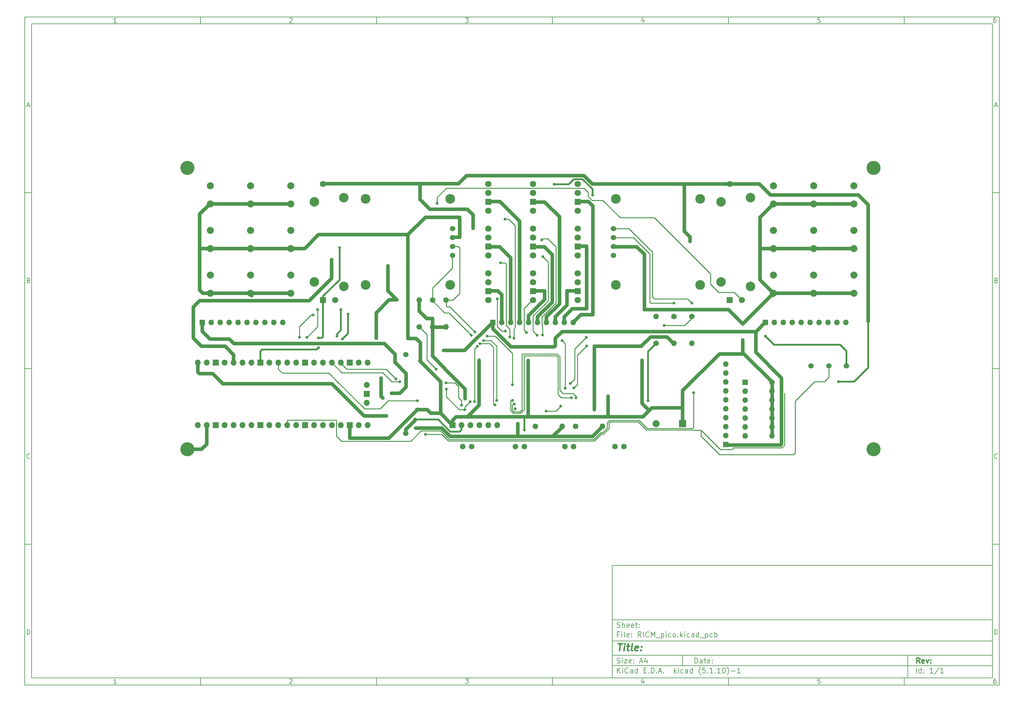
<source format=gbl>
%TF.GenerationSoftware,KiCad,Pcbnew,(5.1.10)-1*%
%TF.CreationDate,2021-07-11T23:03:33-04:00*%
%TF.ProjectId,RICM_pico,5249434d-5f70-4696-936f-2e6b69636164,rev?*%
%TF.SameCoordinates,Original*%
%TF.FileFunction,Copper,L2,Bot*%
%TF.FilePolarity,Positive*%
%FSLAX46Y46*%
G04 Gerber Fmt 4.6, Leading zero omitted, Abs format (unit mm)*
G04 Created by KiCad (PCBNEW (5.1.10)-1) date 2021-07-11 23:03:33*
%MOMM*%
%LPD*%
G01*
G04 APERTURE LIST*
%ADD10C,0.100000*%
%ADD11C,0.150000*%
%ADD12C,0.300000*%
%ADD13C,0.400000*%
%TA.AperFunction,ComponentPad*%
%ADD14C,1.524000*%
%TD*%
%TA.AperFunction,ComponentPad*%
%ADD15C,1.600000*%
%TD*%
%TA.AperFunction,ComponentPad*%
%ADD16R,1.800000X1.800000*%
%TD*%
%TA.AperFunction,ComponentPad*%
%ADD17C,1.800000*%
%TD*%
%TA.AperFunction,ComponentPad*%
%ADD18O,1.600000X1.600000*%
%TD*%
%TA.AperFunction,ComponentPad*%
%ADD19R,1.600000X1.600000*%
%TD*%
%TA.AperFunction,ComponentPad*%
%ADD20R,2.000000X2.000000*%
%TD*%
%TA.AperFunction,ComponentPad*%
%ADD21C,2.000000*%
%TD*%
%TA.AperFunction,ComponentPad*%
%ADD22C,2.750000*%
%TD*%
%TA.AperFunction,ComponentPad*%
%ADD23R,1.700000X1.700000*%
%TD*%
%TA.AperFunction,ComponentPad*%
%ADD24O,1.700000X1.700000*%
%TD*%
%TA.AperFunction,ComponentPad*%
%ADD25R,1.750000X1.750000*%
%TD*%
%TA.AperFunction,ComponentPad*%
%ADD26C,1.750000*%
%TD*%
%TA.AperFunction,ComponentPad*%
%ADD27C,2.700000*%
%TD*%
%TA.AperFunction,ViaPad*%
%ADD28C,4.000000*%
%TD*%
%TA.AperFunction,ViaPad*%
%ADD29C,0.800000*%
%TD*%
%TA.AperFunction,Conductor*%
%ADD30C,1.000000*%
%TD*%
%TA.AperFunction,Conductor*%
%ADD31C,0.500000*%
%TD*%
%TA.AperFunction,Conductor*%
%ADD32C,0.250000*%
%TD*%
G04 APERTURE END LIST*
D10*
D11*
X177002200Y-166007200D02*
X177002200Y-198007200D01*
X285002200Y-198007200D01*
X285002200Y-166007200D01*
X177002200Y-166007200D01*
D10*
D11*
X10000000Y-10000000D02*
X10000000Y-200007200D01*
X287002200Y-200007200D01*
X287002200Y-10000000D01*
X10000000Y-10000000D01*
D10*
D11*
X12000000Y-12000000D02*
X12000000Y-198007200D01*
X285002200Y-198007200D01*
X285002200Y-12000000D01*
X12000000Y-12000000D01*
D10*
D11*
X60000000Y-12000000D02*
X60000000Y-10000000D01*
D10*
D11*
X110000000Y-12000000D02*
X110000000Y-10000000D01*
D10*
D11*
X160000000Y-12000000D02*
X160000000Y-10000000D01*
D10*
D11*
X210000000Y-12000000D02*
X210000000Y-10000000D01*
D10*
D11*
X260000000Y-12000000D02*
X260000000Y-10000000D01*
D10*
D11*
X36065476Y-11588095D02*
X35322619Y-11588095D01*
X35694047Y-11588095D02*
X35694047Y-10288095D01*
X35570238Y-10473809D01*
X35446428Y-10597619D01*
X35322619Y-10659523D01*
D10*
D11*
X85322619Y-10411904D02*
X85384523Y-10350000D01*
X85508333Y-10288095D01*
X85817857Y-10288095D01*
X85941666Y-10350000D01*
X86003571Y-10411904D01*
X86065476Y-10535714D01*
X86065476Y-10659523D01*
X86003571Y-10845238D01*
X85260714Y-11588095D01*
X86065476Y-11588095D01*
D10*
D11*
X135260714Y-10288095D02*
X136065476Y-10288095D01*
X135632142Y-10783333D01*
X135817857Y-10783333D01*
X135941666Y-10845238D01*
X136003571Y-10907142D01*
X136065476Y-11030952D01*
X136065476Y-11340476D01*
X136003571Y-11464285D01*
X135941666Y-11526190D01*
X135817857Y-11588095D01*
X135446428Y-11588095D01*
X135322619Y-11526190D01*
X135260714Y-11464285D01*
D10*
D11*
X185941666Y-10721428D02*
X185941666Y-11588095D01*
X185632142Y-10226190D02*
X185322619Y-11154761D01*
X186127380Y-11154761D01*
D10*
D11*
X236003571Y-10288095D02*
X235384523Y-10288095D01*
X235322619Y-10907142D01*
X235384523Y-10845238D01*
X235508333Y-10783333D01*
X235817857Y-10783333D01*
X235941666Y-10845238D01*
X236003571Y-10907142D01*
X236065476Y-11030952D01*
X236065476Y-11340476D01*
X236003571Y-11464285D01*
X235941666Y-11526190D01*
X235817857Y-11588095D01*
X235508333Y-11588095D01*
X235384523Y-11526190D01*
X235322619Y-11464285D01*
D10*
D11*
X285941666Y-10288095D02*
X285694047Y-10288095D01*
X285570238Y-10350000D01*
X285508333Y-10411904D01*
X285384523Y-10597619D01*
X285322619Y-10845238D01*
X285322619Y-11340476D01*
X285384523Y-11464285D01*
X285446428Y-11526190D01*
X285570238Y-11588095D01*
X285817857Y-11588095D01*
X285941666Y-11526190D01*
X286003571Y-11464285D01*
X286065476Y-11340476D01*
X286065476Y-11030952D01*
X286003571Y-10907142D01*
X285941666Y-10845238D01*
X285817857Y-10783333D01*
X285570238Y-10783333D01*
X285446428Y-10845238D01*
X285384523Y-10907142D01*
X285322619Y-11030952D01*
D10*
D11*
X60000000Y-198007200D02*
X60000000Y-200007200D01*
D10*
D11*
X110000000Y-198007200D02*
X110000000Y-200007200D01*
D10*
D11*
X160000000Y-198007200D02*
X160000000Y-200007200D01*
D10*
D11*
X210000000Y-198007200D02*
X210000000Y-200007200D01*
D10*
D11*
X260000000Y-198007200D02*
X260000000Y-200007200D01*
D10*
D11*
X36065476Y-199595295D02*
X35322619Y-199595295D01*
X35694047Y-199595295D02*
X35694047Y-198295295D01*
X35570238Y-198481009D01*
X35446428Y-198604819D01*
X35322619Y-198666723D01*
D10*
D11*
X85322619Y-198419104D02*
X85384523Y-198357200D01*
X85508333Y-198295295D01*
X85817857Y-198295295D01*
X85941666Y-198357200D01*
X86003571Y-198419104D01*
X86065476Y-198542914D01*
X86065476Y-198666723D01*
X86003571Y-198852438D01*
X85260714Y-199595295D01*
X86065476Y-199595295D01*
D10*
D11*
X135260714Y-198295295D02*
X136065476Y-198295295D01*
X135632142Y-198790533D01*
X135817857Y-198790533D01*
X135941666Y-198852438D01*
X136003571Y-198914342D01*
X136065476Y-199038152D01*
X136065476Y-199347676D01*
X136003571Y-199471485D01*
X135941666Y-199533390D01*
X135817857Y-199595295D01*
X135446428Y-199595295D01*
X135322619Y-199533390D01*
X135260714Y-199471485D01*
D10*
D11*
X185941666Y-198728628D02*
X185941666Y-199595295D01*
X185632142Y-198233390D02*
X185322619Y-199161961D01*
X186127380Y-199161961D01*
D10*
D11*
X236003571Y-198295295D02*
X235384523Y-198295295D01*
X235322619Y-198914342D01*
X235384523Y-198852438D01*
X235508333Y-198790533D01*
X235817857Y-198790533D01*
X235941666Y-198852438D01*
X236003571Y-198914342D01*
X236065476Y-199038152D01*
X236065476Y-199347676D01*
X236003571Y-199471485D01*
X235941666Y-199533390D01*
X235817857Y-199595295D01*
X235508333Y-199595295D01*
X235384523Y-199533390D01*
X235322619Y-199471485D01*
D10*
D11*
X285941666Y-198295295D02*
X285694047Y-198295295D01*
X285570238Y-198357200D01*
X285508333Y-198419104D01*
X285384523Y-198604819D01*
X285322619Y-198852438D01*
X285322619Y-199347676D01*
X285384523Y-199471485D01*
X285446428Y-199533390D01*
X285570238Y-199595295D01*
X285817857Y-199595295D01*
X285941666Y-199533390D01*
X286003571Y-199471485D01*
X286065476Y-199347676D01*
X286065476Y-199038152D01*
X286003571Y-198914342D01*
X285941666Y-198852438D01*
X285817857Y-198790533D01*
X285570238Y-198790533D01*
X285446428Y-198852438D01*
X285384523Y-198914342D01*
X285322619Y-199038152D01*
D10*
D11*
X10000000Y-60000000D02*
X12000000Y-60000000D01*
D10*
D11*
X10000000Y-110000000D02*
X12000000Y-110000000D01*
D10*
D11*
X10000000Y-160000000D02*
X12000000Y-160000000D01*
D10*
D11*
X10690476Y-35216666D02*
X11309523Y-35216666D01*
X10566666Y-35588095D02*
X11000000Y-34288095D01*
X11433333Y-35588095D01*
D10*
D11*
X11092857Y-84907142D02*
X11278571Y-84969047D01*
X11340476Y-85030952D01*
X11402380Y-85154761D01*
X11402380Y-85340476D01*
X11340476Y-85464285D01*
X11278571Y-85526190D01*
X11154761Y-85588095D01*
X10659523Y-85588095D01*
X10659523Y-84288095D01*
X11092857Y-84288095D01*
X11216666Y-84350000D01*
X11278571Y-84411904D01*
X11340476Y-84535714D01*
X11340476Y-84659523D01*
X11278571Y-84783333D01*
X11216666Y-84845238D01*
X11092857Y-84907142D01*
X10659523Y-84907142D01*
D10*
D11*
X11402380Y-135464285D02*
X11340476Y-135526190D01*
X11154761Y-135588095D01*
X11030952Y-135588095D01*
X10845238Y-135526190D01*
X10721428Y-135402380D01*
X10659523Y-135278571D01*
X10597619Y-135030952D01*
X10597619Y-134845238D01*
X10659523Y-134597619D01*
X10721428Y-134473809D01*
X10845238Y-134350000D01*
X11030952Y-134288095D01*
X11154761Y-134288095D01*
X11340476Y-134350000D01*
X11402380Y-134411904D01*
D10*
D11*
X10659523Y-185588095D02*
X10659523Y-184288095D01*
X10969047Y-184288095D01*
X11154761Y-184350000D01*
X11278571Y-184473809D01*
X11340476Y-184597619D01*
X11402380Y-184845238D01*
X11402380Y-185030952D01*
X11340476Y-185278571D01*
X11278571Y-185402380D01*
X11154761Y-185526190D01*
X10969047Y-185588095D01*
X10659523Y-185588095D01*
D10*
D11*
X287002200Y-60000000D02*
X285002200Y-60000000D01*
D10*
D11*
X287002200Y-110000000D02*
X285002200Y-110000000D01*
D10*
D11*
X287002200Y-160000000D02*
X285002200Y-160000000D01*
D10*
D11*
X285692676Y-35216666D02*
X286311723Y-35216666D01*
X285568866Y-35588095D02*
X286002200Y-34288095D01*
X286435533Y-35588095D01*
D10*
D11*
X286095057Y-84907142D02*
X286280771Y-84969047D01*
X286342676Y-85030952D01*
X286404580Y-85154761D01*
X286404580Y-85340476D01*
X286342676Y-85464285D01*
X286280771Y-85526190D01*
X286156961Y-85588095D01*
X285661723Y-85588095D01*
X285661723Y-84288095D01*
X286095057Y-84288095D01*
X286218866Y-84350000D01*
X286280771Y-84411904D01*
X286342676Y-84535714D01*
X286342676Y-84659523D01*
X286280771Y-84783333D01*
X286218866Y-84845238D01*
X286095057Y-84907142D01*
X285661723Y-84907142D01*
D10*
D11*
X286404580Y-135464285D02*
X286342676Y-135526190D01*
X286156961Y-135588095D01*
X286033152Y-135588095D01*
X285847438Y-135526190D01*
X285723628Y-135402380D01*
X285661723Y-135278571D01*
X285599819Y-135030952D01*
X285599819Y-134845238D01*
X285661723Y-134597619D01*
X285723628Y-134473809D01*
X285847438Y-134350000D01*
X286033152Y-134288095D01*
X286156961Y-134288095D01*
X286342676Y-134350000D01*
X286404580Y-134411904D01*
D10*
D11*
X285661723Y-185588095D02*
X285661723Y-184288095D01*
X285971247Y-184288095D01*
X286156961Y-184350000D01*
X286280771Y-184473809D01*
X286342676Y-184597619D01*
X286404580Y-184845238D01*
X286404580Y-185030952D01*
X286342676Y-185278571D01*
X286280771Y-185402380D01*
X286156961Y-185526190D01*
X285971247Y-185588095D01*
X285661723Y-185588095D01*
D10*
D11*
X200434342Y-193785771D02*
X200434342Y-192285771D01*
X200791485Y-192285771D01*
X201005771Y-192357200D01*
X201148628Y-192500057D01*
X201220057Y-192642914D01*
X201291485Y-192928628D01*
X201291485Y-193142914D01*
X201220057Y-193428628D01*
X201148628Y-193571485D01*
X201005771Y-193714342D01*
X200791485Y-193785771D01*
X200434342Y-193785771D01*
X202577200Y-193785771D02*
X202577200Y-193000057D01*
X202505771Y-192857200D01*
X202362914Y-192785771D01*
X202077200Y-192785771D01*
X201934342Y-192857200D01*
X202577200Y-193714342D02*
X202434342Y-193785771D01*
X202077200Y-193785771D01*
X201934342Y-193714342D01*
X201862914Y-193571485D01*
X201862914Y-193428628D01*
X201934342Y-193285771D01*
X202077200Y-193214342D01*
X202434342Y-193214342D01*
X202577200Y-193142914D01*
X203077200Y-192785771D02*
X203648628Y-192785771D01*
X203291485Y-192285771D02*
X203291485Y-193571485D01*
X203362914Y-193714342D01*
X203505771Y-193785771D01*
X203648628Y-193785771D01*
X204720057Y-193714342D02*
X204577200Y-193785771D01*
X204291485Y-193785771D01*
X204148628Y-193714342D01*
X204077200Y-193571485D01*
X204077200Y-193000057D01*
X204148628Y-192857200D01*
X204291485Y-192785771D01*
X204577200Y-192785771D01*
X204720057Y-192857200D01*
X204791485Y-193000057D01*
X204791485Y-193142914D01*
X204077200Y-193285771D01*
X205434342Y-193642914D02*
X205505771Y-193714342D01*
X205434342Y-193785771D01*
X205362914Y-193714342D01*
X205434342Y-193642914D01*
X205434342Y-193785771D01*
X205434342Y-192857200D02*
X205505771Y-192928628D01*
X205434342Y-193000057D01*
X205362914Y-192928628D01*
X205434342Y-192857200D01*
X205434342Y-193000057D01*
D10*
D11*
X177002200Y-194507200D02*
X285002200Y-194507200D01*
D10*
D11*
X178434342Y-196585771D02*
X178434342Y-195085771D01*
X179291485Y-196585771D02*
X178648628Y-195728628D01*
X179291485Y-195085771D02*
X178434342Y-195942914D01*
X179934342Y-196585771D02*
X179934342Y-195585771D01*
X179934342Y-195085771D02*
X179862914Y-195157200D01*
X179934342Y-195228628D01*
X180005771Y-195157200D01*
X179934342Y-195085771D01*
X179934342Y-195228628D01*
X181505771Y-196442914D02*
X181434342Y-196514342D01*
X181220057Y-196585771D01*
X181077200Y-196585771D01*
X180862914Y-196514342D01*
X180720057Y-196371485D01*
X180648628Y-196228628D01*
X180577200Y-195942914D01*
X180577200Y-195728628D01*
X180648628Y-195442914D01*
X180720057Y-195300057D01*
X180862914Y-195157200D01*
X181077200Y-195085771D01*
X181220057Y-195085771D01*
X181434342Y-195157200D01*
X181505771Y-195228628D01*
X182791485Y-196585771D02*
X182791485Y-195800057D01*
X182720057Y-195657200D01*
X182577200Y-195585771D01*
X182291485Y-195585771D01*
X182148628Y-195657200D01*
X182791485Y-196514342D02*
X182648628Y-196585771D01*
X182291485Y-196585771D01*
X182148628Y-196514342D01*
X182077200Y-196371485D01*
X182077200Y-196228628D01*
X182148628Y-196085771D01*
X182291485Y-196014342D01*
X182648628Y-196014342D01*
X182791485Y-195942914D01*
X184148628Y-196585771D02*
X184148628Y-195085771D01*
X184148628Y-196514342D02*
X184005771Y-196585771D01*
X183720057Y-196585771D01*
X183577200Y-196514342D01*
X183505771Y-196442914D01*
X183434342Y-196300057D01*
X183434342Y-195871485D01*
X183505771Y-195728628D01*
X183577200Y-195657200D01*
X183720057Y-195585771D01*
X184005771Y-195585771D01*
X184148628Y-195657200D01*
X186005771Y-195800057D02*
X186505771Y-195800057D01*
X186720057Y-196585771D02*
X186005771Y-196585771D01*
X186005771Y-195085771D01*
X186720057Y-195085771D01*
X187362914Y-196442914D02*
X187434342Y-196514342D01*
X187362914Y-196585771D01*
X187291485Y-196514342D01*
X187362914Y-196442914D01*
X187362914Y-196585771D01*
X188077200Y-196585771D02*
X188077200Y-195085771D01*
X188434342Y-195085771D01*
X188648628Y-195157200D01*
X188791485Y-195300057D01*
X188862914Y-195442914D01*
X188934342Y-195728628D01*
X188934342Y-195942914D01*
X188862914Y-196228628D01*
X188791485Y-196371485D01*
X188648628Y-196514342D01*
X188434342Y-196585771D01*
X188077200Y-196585771D01*
X189577200Y-196442914D02*
X189648628Y-196514342D01*
X189577200Y-196585771D01*
X189505771Y-196514342D01*
X189577200Y-196442914D01*
X189577200Y-196585771D01*
X190220057Y-196157200D02*
X190934342Y-196157200D01*
X190077200Y-196585771D02*
X190577200Y-195085771D01*
X191077200Y-196585771D01*
X191577200Y-196442914D02*
X191648628Y-196514342D01*
X191577200Y-196585771D01*
X191505771Y-196514342D01*
X191577200Y-196442914D01*
X191577200Y-196585771D01*
X194577200Y-196585771D02*
X194577200Y-195085771D01*
X194720057Y-196014342D02*
X195148628Y-196585771D01*
X195148628Y-195585771D02*
X194577200Y-196157200D01*
X195791485Y-196585771D02*
X195791485Y-195585771D01*
X195791485Y-195085771D02*
X195720057Y-195157200D01*
X195791485Y-195228628D01*
X195862914Y-195157200D01*
X195791485Y-195085771D01*
X195791485Y-195228628D01*
X197148628Y-196514342D02*
X197005771Y-196585771D01*
X196720057Y-196585771D01*
X196577200Y-196514342D01*
X196505771Y-196442914D01*
X196434342Y-196300057D01*
X196434342Y-195871485D01*
X196505771Y-195728628D01*
X196577200Y-195657200D01*
X196720057Y-195585771D01*
X197005771Y-195585771D01*
X197148628Y-195657200D01*
X198434342Y-196585771D02*
X198434342Y-195800057D01*
X198362914Y-195657200D01*
X198220057Y-195585771D01*
X197934342Y-195585771D01*
X197791485Y-195657200D01*
X198434342Y-196514342D02*
X198291485Y-196585771D01*
X197934342Y-196585771D01*
X197791485Y-196514342D01*
X197720057Y-196371485D01*
X197720057Y-196228628D01*
X197791485Y-196085771D01*
X197934342Y-196014342D01*
X198291485Y-196014342D01*
X198434342Y-195942914D01*
X199791485Y-196585771D02*
X199791485Y-195085771D01*
X199791485Y-196514342D02*
X199648628Y-196585771D01*
X199362914Y-196585771D01*
X199220057Y-196514342D01*
X199148628Y-196442914D01*
X199077200Y-196300057D01*
X199077200Y-195871485D01*
X199148628Y-195728628D01*
X199220057Y-195657200D01*
X199362914Y-195585771D01*
X199648628Y-195585771D01*
X199791485Y-195657200D01*
X202077200Y-197157200D02*
X202005771Y-197085771D01*
X201862914Y-196871485D01*
X201791485Y-196728628D01*
X201720057Y-196514342D01*
X201648628Y-196157200D01*
X201648628Y-195871485D01*
X201720057Y-195514342D01*
X201791485Y-195300057D01*
X201862914Y-195157200D01*
X202005771Y-194942914D01*
X202077200Y-194871485D01*
X203362914Y-195085771D02*
X202648628Y-195085771D01*
X202577200Y-195800057D01*
X202648628Y-195728628D01*
X202791485Y-195657200D01*
X203148628Y-195657200D01*
X203291485Y-195728628D01*
X203362914Y-195800057D01*
X203434342Y-195942914D01*
X203434342Y-196300057D01*
X203362914Y-196442914D01*
X203291485Y-196514342D01*
X203148628Y-196585771D01*
X202791485Y-196585771D01*
X202648628Y-196514342D01*
X202577200Y-196442914D01*
X204077200Y-196442914D02*
X204148628Y-196514342D01*
X204077200Y-196585771D01*
X204005771Y-196514342D01*
X204077200Y-196442914D01*
X204077200Y-196585771D01*
X205577200Y-196585771D02*
X204720057Y-196585771D01*
X205148628Y-196585771D02*
X205148628Y-195085771D01*
X205005771Y-195300057D01*
X204862914Y-195442914D01*
X204720057Y-195514342D01*
X206220057Y-196442914D02*
X206291485Y-196514342D01*
X206220057Y-196585771D01*
X206148628Y-196514342D01*
X206220057Y-196442914D01*
X206220057Y-196585771D01*
X207720057Y-196585771D02*
X206862914Y-196585771D01*
X207291485Y-196585771D02*
X207291485Y-195085771D01*
X207148628Y-195300057D01*
X207005771Y-195442914D01*
X206862914Y-195514342D01*
X208648628Y-195085771D02*
X208791485Y-195085771D01*
X208934342Y-195157200D01*
X209005771Y-195228628D01*
X209077200Y-195371485D01*
X209148628Y-195657200D01*
X209148628Y-196014342D01*
X209077200Y-196300057D01*
X209005771Y-196442914D01*
X208934342Y-196514342D01*
X208791485Y-196585771D01*
X208648628Y-196585771D01*
X208505771Y-196514342D01*
X208434342Y-196442914D01*
X208362914Y-196300057D01*
X208291485Y-196014342D01*
X208291485Y-195657200D01*
X208362914Y-195371485D01*
X208434342Y-195228628D01*
X208505771Y-195157200D01*
X208648628Y-195085771D01*
X209648628Y-197157200D02*
X209720057Y-197085771D01*
X209862914Y-196871485D01*
X209934342Y-196728628D01*
X210005771Y-196514342D01*
X210077200Y-196157200D01*
X210077200Y-195871485D01*
X210005771Y-195514342D01*
X209934342Y-195300057D01*
X209862914Y-195157200D01*
X209720057Y-194942914D01*
X209648628Y-194871485D01*
X210791485Y-196014342D02*
X211934342Y-196014342D01*
X213434342Y-196585771D02*
X212577200Y-196585771D01*
X213005771Y-196585771D02*
X213005771Y-195085771D01*
X212862914Y-195300057D01*
X212720057Y-195442914D01*
X212577200Y-195514342D01*
D10*
D11*
X177002200Y-191507200D02*
X285002200Y-191507200D01*
D10*
D12*
X264411485Y-193785771D02*
X263911485Y-193071485D01*
X263554342Y-193785771D02*
X263554342Y-192285771D01*
X264125771Y-192285771D01*
X264268628Y-192357200D01*
X264340057Y-192428628D01*
X264411485Y-192571485D01*
X264411485Y-192785771D01*
X264340057Y-192928628D01*
X264268628Y-193000057D01*
X264125771Y-193071485D01*
X263554342Y-193071485D01*
X265625771Y-193714342D02*
X265482914Y-193785771D01*
X265197200Y-193785771D01*
X265054342Y-193714342D01*
X264982914Y-193571485D01*
X264982914Y-193000057D01*
X265054342Y-192857200D01*
X265197200Y-192785771D01*
X265482914Y-192785771D01*
X265625771Y-192857200D01*
X265697200Y-193000057D01*
X265697200Y-193142914D01*
X264982914Y-193285771D01*
X266197200Y-192785771D02*
X266554342Y-193785771D01*
X266911485Y-192785771D01*
X267482914Y-193642914D02*
X267554342Y-193714342D01*
X267482914Y-193785771D01*
X267411485Y-193714342D01*
X267482914Y-193642914D01*
X267482914Y-193785771D01*
X267482914Y-192857200D02*
X267554342Y-192928628D01*
X267482914Y-193000057D01*
X267411485Y-192928628D01*
X267482914Y-192857200D01*
X267482914Y-193000057D01*
D10*
D11*
X178362914Y-193714342D02*
X178577200Y-193785771D01*
X178934342Y-193785771D01*
X179077200Y-193714342D01*
X179148628Y-193642914D01*
X179220057Y-193500057D01*
X179220057Y-193357200D01*
X179148628Y-193214342D01*
X179077200Y-193142914D01*
X178934342Y-193071485D01*
X178648628Y-193000057D01*
X178505771Y-192928628D01*
X178434342Y-192857200D01*
X178362914Y-192714342D01*
X178362914Y-192571485D01*
X178434342Y-192428628D01*
X178505771Y-192357200D01*
X178648628Y-192285771D01*
X179005771Y-192285771D01*
X179220057Y-192357200D01*
X179862914Y-193785771D02*
X179862914Y-192785771D01*
X179862914Y-192285771D02*
X179791485Y-192357200D01*
X179862914Y-192428628D01*
X179934342Y-192357200D01*
X179862914Y-192285771D01*
X179862914Y-192428628D01*
X180434342Y-192785771D02*
X181220057Y-192785771D01*
X180434342Y-193785771D01*
X181220057Y-193785771D01*
X182362914Y-193714342D02*
X182220057Y-193785771D01*
X181934342Y-193785771D01*
X181791485Y-193714342D01*
X181720057Y-193571485D01*
X181720057Y-193000057D01*
X181791485Y-192857200D01*
X181934342Y-192785771D01*
X182220057Y-192785771D01*
X182362914Y-192857200D01*
X182434342Y-193000057D01*
X182434342Y-193142914D01*
X181720057Y-193285771D01*
X183077200Y-193642914D02*
X183148628Y-193714342D01*
X183077200Y-193785771D01*
X183005771Y-193714342D01*
X183077200Y-193642914D01*
X183077200Y-193785771D01*
X183077200Y-192857200D02*
X183148628Y-192928628D01*
X183077200Y-193000057D01*
X183005771Y-192928628D01*
X183077200Y-192857200D01*
X183077200Y-193000057D01*
X184862914Y-193357200D02*
X185577200Y-193357200D01*
X184720057Y-193785771D02*
X185220057Y-192285771D01*
X185720057Y-193785771D01*
X186862914Y-192785771D02*
X186862914Y-193785771D01*
X186505771Y-192214342D02*
X186148628Y-193285771D01*
X187077200Y-193285771D01*
D10*
D11*
X263434342Y-196585771D02*
X263434342Y-195085771D01*
X264791485Y-196585771D02*
X264791485Y-195085771D01*
X264791485Y-196514342D02*
X264648628Y-196585771D01*
X264362914Y-196585771D01*
X264220057Y-196514342D01*
X264148628Y-196442914D01*
X264077200Y-196300057D01*
X264077200Y-195871485D01*
X264148628Y-195728628D01*
X264220057Y-195657200D01*
X264362914Y-195585771D01*
X264648628Y-195585771D01*
X264791485Y-195657200D01*
X265505771Y-196442914D02*
X265577200Y-196514342D01*
X265505771Y-196585771D01*
X265434342Y-196514342D01*
X265505771Y-196442914D01*
X265505771Y-196585771D01*
X265505771Y-195657200D02*
X265577200Y-195728628D01*
X265505771Y-195800057D01*
X265434342Y-195728628D01*
X265505771Y-195657200D01*
X265505771Y-195800057D01*
X268148628Y-196585771D02*
X267291485Y-196585771D01*
X267720057Y-196585771D02*
X267720057Y-195085771D01*
X267577200Y-195300057D01*
X267434342Y-195442914D01*
X267291485Y-195514342D01*
X269862914Y-195014342D02*
X268577200Y-196942914D01*
X271148628Y-196585771D02*
X270291485Y-196585771D01*
X270720057Y-196585771D02*
X270720057Y-195085771D01*
X270577200Y-195300057D01*
X270434342Y-195442914D01*
X270291485Y-195514342D01*
D10*
D11*
X177002200Y-187507200D02*
X285002200Y-187507200D01*
D10*
D13*
X178714580Y-188211961D02*
X179857438Y-188211961D01*
X179036009Y-190211961D02*
X179286009Y-188211961D01*
X180274104Y-190211961D02*
X180440771Y-188878628D01*
X180524104Y-188211961D02*
X180416961Y-188307200D01*
X180500295Y-188402438D01*
X180607438Y-188307200D01*
X180524104Y-188211961D01*
X180500295Y-188402438D01*
X181107438Y-188878628D02*
X181869342Y-188878628D01*
X181476485Y-188211961D02*
X181262200Y-189926247D01*
X181333628Y-190116723D01*
X181512200Y-190211961D01*
X181702676Y-190211961D01*
X182655057Y-190211961D02*
X182476485Y-190116723D01*
X182405057Y-189926247D01*
X182619342Y-188211961D01*
X184190771Y-190116723D02*
X183988390Y-190211961D01*
X183607438Y-190211961D01*
X183428866Y-190116723D01*
X183357438Y-189926247D01*
X183452676Y-189164342D01*
X183571723Y-188973866D01*
X183774104Y-188878628D01*
X184155057Y-188878628D01*
X184333628Y-188973866D01*
X184405057Y-189164342D01*
X184381247Y-189354819D01*
X183405057Y-189545295D01*
X185155057Y-190021485D02*
X185238390Y-190116723D01*
X185131247Y-190211961D01*
X185047914Y-190116723D01*
X185155057Y-190021485D01*
X185131247Y-190211961D01*
X185286009Y-188973866D02*
X185369342Y-189069104D01*
X185262200Y-189164342D01*
X185178866Y-189069104D01*
X185286009Y-188973866D01*
X185262200Y-189164342D01*
D10*
D11*
X178934342Y-185600057D02*
X178434342Y-185600057D01*
X178434342Y-186385771D02*
X178434342Y-184885771D01*
X179148628Y-184885771D01*
X179720057Y-186385771D02*
X179720057Y-185385771D01*
X179720057Y-184885771D02*
X179648628Y-184957200D01*
X179720057Y-185028628D01*
X179791485Y-184957200D01*
X179720057Y-184885771D01*
X179720057Y-185028628D01*
X180648628Y-186385771D02*
X180505771Y-186314342D01*
X180434342Y-186171485D01*
X180434342Y-184885771D01*
X181791485Y-186314342D02*
X181648628Y-186385771D01*
X181362914Y-186385771D01*
X181220057Y-186314342D01*
X181148628Y-186171485D01*
X181148628Y-185600057D01*
X181220057Y-185457200D01*
X181362914Y-185385771D01*
X181648628Y-185385771D01*
X181791485Y-185457200D01*
X181862914Y-185600057D01*
X181862914Y-185742914D01*
X181148628Y-185885771D01*
X182505771Y-186242914D02*
X182577200Y-186314342D01*
X182505771Y-186385771D01*
X182434342Y-186314342D01*
X182505771Y-186242914D01*
X182505771Y-186385771D01*
X182505771Y-185457200D02*
X182577200Y-185528628D01*
X182505771Y-185600057D01*
X182434342Y-185528628D01*
X182505771Y-185457200D01*
X182505771Y-185600057D01*
X185220057Y-186385771D02*
X184720057Y-185671485D01*
X184362914Y-186385771D02*
X184362914Y-184885771D01*
X184934342Y-184885771D01*
X185077200Y-184957200D01*
X185148628Y-185028628D01*
X185220057Y-185171485D01*
X185220057Y-185385771D01*
X185148628Y-185528628D01*
X185077200Y-185600057D01*
X184934342Y-185671485D01*
X184362914Y-185671485D01*
X185862914Y-186385771D02*
X185862914Y-184885771D01*
X187434342Y-186242914D02*
X187362914Y-186314342D01*
X187148628Y-186385771D01*
X187005771Y-186385771D01*
X186791485Y-186314342D01*
X186648628Y-186171485D01*
X186577200Y-186028628D01*
X186505771Y-185742914D01*
X186505771Y-185528628D01*
X186577200Y-185242914D01*
X186648628Y-185100057D01*
X186791485Y-184957200D01*
X187005771Y-184885771D01*
X187148628Y-184885771D01*
X187362914Y-184957200D01*
X187434342Y-185028628D01*
X188077200Y-186385771D02*
X188077200Y-184885771D01*
X188577200Y-185957200D01*
X189077200Y-184885771D01*
X189077200Y-186385771D01*
X189434342Y-186528628D02*
X190577200Y-186528628D01*
X190934342Y-185385771D02*
X190934342Y-186885771D01*
X190934342Y-185457200D02*
X191077200Y-185385771D01*
X191362914Y-185385771D01*
X191505771Y-185457200D01*
X191577200Y-185528628D01*
X191648628Y-185671485D01*
X191648628Y-186100057D01*
X191577200Y-186242914D01*
X191505771Y-186314342D01*
X191362914Y-186385771D01*
X191077200Y-186385771D01*
X190934342Y-186314342D01*
X192291485Y-186385771D02*
X192291485Y-185385771D01*
X192291485Y-184885771D02*
X192220057Y-184957200D01*
X192291485Y-185028628D01*
X192362914Y-184957200D01*
X192291485Y-184885771D01*
X192291485Y-185028628D01*
X193648628Y-186314342D02*
X193505771Y-186385771D01*
X193220057Y-186385771D01*
X193077200Y-186314342D01*
X193005771Y-186242914D01*
X192934342Y-186100057D01*
X192934342Y-185671485D01*
X193005771Y-185528628D01*
X193077200Y-185457200D01*
X193220057Y-185385771D01*
X193505771Y-185385771D01*
X193648628Y-185457200D01*
X194505771Y-186385771D02*
X194362914Y-186314342D01*
X194291485Y-186242914D01*
X194220057Y-186100057D01*
X194220057Y-185671485D01*
X194291485Y-185528628D01*
X194362914Y-185457200D01*
X194505771Y-185385771D01*
X194720057Y-185385771D01*
X194862914Y-185457200D01*
X194934342Y-185528628D01*
X195005771Y-185671485D01*
X195005771Y-186100057D01*
X194934342Y-186242914D01*
X194862914Y-186314342D01*
X194720057Y-186385771D01*
X194505771Y-186385771D01*
X195648628Y-186242914D02*
X195720057Y-186314342D01*
X195648628Y-186385771D01*
X195577200Y-186314342D01*
X195648628Y-186242914D01*
X195648628Y-186385771D01*
X196362914Y-186385771D02*
X196362914Y-184885771D01*
X196505771Y-185814342D02*
X196934342Y-186385771D01*
X196934342Y-185385771D02*
X196362914Y-185957200D01*
X197577200Y-186385771D02*
X197577200Y-185385771D01*
X197577200Y-184885771D02*
X197505771Y-184957200D01*
X197577200Y-185028628D01*
X197648628Y-184957200D01*
X197577200Y-184885771D01*
X197577200Y-185028628D01*
X198934342Y-186314342D02*
X198791485Y-186385771D01*
X198505771Y-186385771D01*
X198362914Y-186314342D01*
X198291485Y-186242914D01*
X198220057Y-186100057D01*
X198220057Y-185671485D01*
X198291485Y-185528628D01*
X198362914Y-185457200D01*
X198505771Y-185385771D01*
X198791485Y-185385771D01*
X198934342Y-185457200D01*
X200220057Y-186385771D02*
X200220057Y-185600057D01*
X200148628Y-185457200D01*
X200005771Y-185385771D01*
X199720057Y-185385771D01*
X199577200Y-185457200D01*
X200220057Y-186314342D02*
X200077200Y-186385771D01*
X199720057Y-186385771D01*
X199577200Y-186314342D01*
X199505771Y-186171485D01*
X199505771Y-186028628D01*
X199577200Y-185885771D01*
X199720057Y-185814342D01*
X200077200Y-185814342D01*
X200220057Y-185742914D01*
X201577200Y-186385771D02*
X201577200Y-184885771D01*
X201577200Y-186314342D02*
X201434342Y-186385771D01*
X201148628Y-186385771D01*
X201005771Y-186314342D01*
X200934342Y-186242914D01*
X200862914Y-186100057D01*
X200862914Y-185671485D01*
X200934342Y-185528628D01*
X201005771Y-185457200D01*
X201148628Y-185385771D01*
X201434342Y-185385771D01*
X201577200Y-185457200D01*
X201934342Y-186528628D02*
X203077200Y-186528628D01*
X203434342Y-185385771D02*
X203434342Y-186885771D01*
X203434342Y-185457200D02*
X203577200Y-185385771D01*
X203862914Y-185385771D01*
X204005771Y-185457200D01*
X204077200Y-185528628D01*
X204148628Y-185671485D01*
X204148628Y-186100057D01*
X204077200Y-186242914D01*
X204005771Y-186314342D01*
X203862914Y-186385771D01*
X203577200Y-186385771D01*
X203434342Y-186314342D01*
X205434342Y-186314342D02*
X205291485Y-186385771D01*
X205005771Y-186385771D01*
X204862914Y-186314342D01*
X204791485Y-186242914D01*
X204720057Y-186100057D01*
X204720057Y-185671485D01*
X204791485Y-185528628D01*
X204862914Y-185457200D01*
X205005771Y-185385771D01*
X205291485Y-185385771D01*
X205434342Y-185457200D01*
X206077200Y-186385771D02*
X206077200Y-184885771D01*
X206077200Y-185457200D02*
X206220057Y-185385771D01*
X206505771Y-185385771D01*
X206648628Y-185457200D01*
X206720057Y-185528628D01*
X206791485Y-185671485D01*
X206791485Y-186100057D01*
X206720057Y-186242914D01*
X206648628Y-186314342D01*
X206505771Y-186385771D01*
X206220057Y-186385771D01*
X206077200Y-186314342D01*
D10*
D11*
X177002200Y-181507200D02*
X285002200Y-181507200D01*
D10*
D11*
X178362914Y-183614342D02*
X178577200Y-183685771D01*
X178934342Y-183685771D01*
X179077200Y-183614342D01*
X179148628Y-183542914D01*
X179220057Y-183400057D01*
X179220057Y-183257200D01*
X179148628Y-183114342D01*
X179077200Y-183042914D01*
X178934342Y-182971485D01*
X178648628Y-182900057D01*
X178505771Y-182828628D01*
X178434342Y-182757200D01*
X178362914Y-182614342D01*
X178362914Y-182471485D01*
X178434342Y-182328628D01*
X178505771Y-182257200D01*
X178648628Y-182185771D01*
X179005771Y-182185771D01*
X179220057Y-182257200D01*
X179862914Y-183685771D02*
X179862914Y-182185771D01*
X180505771Y-183685771D02*
X180505771Y-182900057D01*
X180434342Y-182757200D01*
X180291485Y-182685771D01*
X180077200Y-182685771D01*
X179934342Y-182757200D01*
X179862914Y-182828628D01*
X181791485Y-183614342D02*
X181648628Y-183685771D01*
X181362914Y-183685771D01*
X181220057Y-183614342D01*
X181148628Y-183471485D01*
X181148628Y-182900057D01*
X181220057Y-182757200D01*
X181362914Y-182685771D01*
X181648628Y-182685771D01*
X181791485Y-182757200D01*
X181862914Y-182900057D01*
X181862914Y-183042914D01*
X181148628Y-183185771D01*
X183077200Y-183614342D02*
X182934342Y-183685771D01*
X182648628Y-183685771D01*
X182505771Y-183614342D01*
X182434342Y-183471485D01*
X182434342Y-182900057D01*
X182505771Y-182757200D01*
X182648628Y-182685771D01*
X182934342Y-182685771D01*
X183077200Y-182757200D01*
X183148628Y-182900057D01*
X183148628Y-183042914D01*
X182434342Y-183185771D01*
X183577200Y-182685771D02*
X184148628Y-182685771D01*
X183791485Y-182185771D02*
X183791485Y-183471485D01*
X183862914Y-183614342D01*
X184005771Y-183685771D01*
X184148628Y-183685771D01*
X184648628Y-183542914D02*
X184720057Y-183614342D01*
X184648628Y-183685771D01*
X184577200Y-183614342D01*
X184648628Y-183542914D01*
X184648628Y-183685771D01*
X184648628Y-182757200D02*
X184720057Y-182828628D01*
X184648628Y-182900057D01*
X184577200Y-182828628D01*
X184648628Y-182757200D01*
X184648628Y-182900057D01*
D10*
D11*
X197002200Y-191507200D02*
X197002200Y-194507200D01*
D10*
D11*
X261002200Y-191507200D02*
X261002200Y-198007200D01*
D14*
%TO.P,RV3,3*%
%TO.N,+3V3*%
X233496000Y-109228000D03*
%TO.P,RV3,2*%
%TO.N,Net-(RV3-Pad2)*%
X238496000Y-109228000D03*
%TO.P,RV3,1*%
%TO.N,AGND*%
X243496000Y-109228000D03*
%TD*%
%TO.P,F1,2*%
%TO.N,+3V3*%
X118339000Y-106056000D03*
%TO.P,F1,1*%
%TO.N,Net-(F1-Pad1)*%
X118339000Y-128456000D03*
%TD*%
D15*
%TO.P,C5,2*%
%TO.N,Earth*%
X180246000Y-132228000D03*
%TO.P,C5,1*%
%TO.N,+3V3*%
X177746000Y-132228000D03*
%TD*%
%TO.P,C4,2*%
%TO.N,Earth*%
X165996000Y-132228000D03*
%TO.P,C4,1*%
%TO.N,+3V3*%
X163496000Y-132228000D03*
%TD*%
%TO.P,C3,2*%
%TO.N,Earth*%
X151996000Y-132228000D03*
%TO.P,C3,1*%
%TO.N,+3V3*%
X149496000Y-132228000D03*
%TD*%
%TO.P,C2,2*%
%TO.N,Earth*%
X134496000Y-132228000D03*
%TO.P,C2,1*%
%TO.N,+3V3*%
X136996000Y-132228000D03*
%TD*%
D16*
%TO.P,D3,1*%
%TO.N,Net-(D3-Pad1)*%
X141746000Y-75268000D03*
D17*
%TO.P,D3,3*%
%TO.N,Net-(D3-Pad3)*%
X141746000Y-72728000D03*
%TO.P,D3,4*%
%TO.N,Net-(D3-Pad4)*%
X141746000Y-70188000D03*
%TO.P,D3,2*%
%TO.N,Net-(D3-Pad2)*%
X141746000Y-77808000D03*
%TD*%
D15*
%TO.P,R6,1*%
%TO.N,SDA1*%
X199566000Y-95158000D03*
D18*
%TO.P,R6,2*%
%TO.N,+3V3*%
X199566000Y-102778000D03*
%TD*%
D15*
%TO.P,R8,1*%
%TO.N,INT1*%
X122096000Y-98168000D03*
D18*
%TO.P,R8,2*%
%TO.N,+3V3*%
X122096000Y-90548000D03*
%TD*%
D19*
%TO.P,RN4,1*%
%TO.N,+5V*%
X143016000Y-96858000D03*
D18*
%TO.P,RN4,2*%
%TO.N,Net-(D2-Pad1)*%
X145556000Y-96858000D03*
%TO.P,RN4,3*%
%TO.N,Net-(D3-Pad1)*%
X148096000Y-96858000D03*
%TO.P,RN4,4*%
%TO.N,Net-(D4-Pad1)*%
X150636000Y-96858000D03*
%TO.P,RN4,5*%
%TO.N,Net-(D5-Pad1)*%
X153176000Y-96858000D03*
%TO.P,RN4,6*%
%TO.N,Net-(D6-Pad1)*%
X155716000Y-96858000D03*
%TO.P,RN4,7*%
%TO.N,Net-(D7-Pad1)*%
X158256000Y-96858000D03*
%TO.P,RN4,8*%
%TO.N,Net-(D8-Pad1)*%
X160796000Y-96858000D03*
%TO.P,RN4,9*%
%TO.N,Net-(D9-Pad1)*%
X163336000Y-96858000D03*
%TO.P,RN4,10*%
%TO.N,Net-(D10-Pad1)*%
X165876000Y-96858000D03*
%TD*%
D20*
%TO.P,LS1,1*%
%TO.N,Earth*%
X197006000Y-125638000D03*
D21*
%TO.P,LS1,2*%
%TO.N,Net-(LS1-Pad2)*%
X189406000Y-125638000D03*
%TD*%
D14*
%TO.P,DS2,1*%
%TO.N,+3V3*%
X177306000Y-77808000D03*
%TO.P,DS2,2*%
%TO.N,Earth*%
X177306000Y-75268000D03*
%TO.P,DS2,3*%
%TO.N,SCL1*%
X177306000Y-72728000D03*
%TO.P,DS2,4*%
%TO.N,SDA1*%
X177306000Y-70188000D03*
D22*
%TO.P,DS2,*%
%TO.N,*%
X177976000Y-61748000D03*
X177976000Y-86248000D03*
X201976000Y-86248000D03*
X201976000Y-61748000D03*
%TD*%
D14*
%TO.P,DS1,1*%
%TO.N,+3V3*%
X131586000Y-70188000D03*
%TO.P,DS1,2*%
%TO.N,Earth*%
X131586000Y-72728000D03*
%TO.P,DS1,3*%
%TO.N,SCL0*%
X131586000Y-75268000D03*
%TO.P,DS1,4*%
%TO.N,SDA0*%
X131586000Y-77808000D03*
D22*
%TO.P,DS1,*%
%TO.N,*%
X130916000Y-86248000D03*
X130916000Y-61748000D03*
X106916000Y-61748000D03*
X106916000Y-86248000D03*
%TD*%
D15*
%TO.P,R7,1*%
%TO.N,INT0*%
X189406000Y-102778000D03*
D18*
%TO.P,R7,2*%
%TO.N,+3V3*%
X189406000Y-95158000D03*
%TD*%
D15*
%TO.P,R5,1*%
%TO.N,SCL1*%
X194486000Y-95158000D03*
D18*
%TO.P,R5,2*%
%TO.N,+3V3*%
X194486000Y-102778000D03*
%TD*%
D15*
%TO.P,R4,1*%
%TO.N,SDA0*%
X125906000Y-90548000D03*
D18*
%TO.P,R4,2*%
%TO.N,+3V3*%
X125906000Y-98168000D03*
%TD*%
D15*
%TO.P,R3,1*%
%TO.N,SCL0*%
X129716000Y-90548000D03*
D18*
%TO.P,R3,2*%
%TO.N,+3V3*%
X129716000Y-98168000D03*
%TD*%
D16*
%TO.P,D10,1*%
%TO.N,Net-(D10-Pad1)*%
X167146000Y-62568000D03*
D17*
%TO.P,D10,3*%
%TO.N,Net-(D10-Pad3)*%
X167146000Y-60028000D03*
%TO.P,D10,4*%
%TO.N,Net-(D10-Pad4)*%
X167146000Y-57488000D03*
%TO.P,D10,2*%
%TO.N,Net-(D10-Pad2)*%
X167146000Y-65108000D03*
%TD*%
D16*
%TO.P,D9,1*%
%TO.N,Net-(D9-Pad1)*%
X167146000Y-75268000D03*
D17*
%TO.P,D9,3*%
%TO.N,Net-(D9-Pad3)*%
X167146000Y-72728000D03*
%TO.P,D9,4*%
%TO.N,Net-(D9-Pad4)*%
X167146000Y-70188000D03*
%TO.P,D9,2*%
%TO.N,Net-(D9-Pad2)*%
X167146000Y-77808000D03*
%TD*%
D16*
%TO.P,D8,1*%
%TO.N,Net-(D8-Pad1)*%
X167146000Y-87968000D03*
D17*
%TO.P,D8,3*%
%TO.N,Net-(D8-Pad3)*%
X167146000Y-85428000D03*
%TO.P,D8,4*%
%TO.N,Net-(D8-Pad4)*%
X167146000Y-82888000D03*
%TO.P,D8,2*%
%TO.N,Net-(D8-Pad2)*%
X167146000Y-90508000D03*
%TD*%
D16*
%TO.P,D7,1*%
%TO.N,Net-(D7-Pad1)*%
X154446000Y-62568000D03*
D17*
%TO.P,D7,3*%
%TO.N,Net-(D7-Pad3)*%
X154446000Y-60028000D03*
%TO.P,D7,4*%
%TO.N,Net-(D7-Pad4)*%
X154446000Y-57488000D03*
%TO.P,D7,2*%
%TO.N,Net-(D7-Pad2)*%
X154446000Y-65108000D03*
%TD*%
D16*
%TO.P,D6,1*%
%TO.N,Net-(D6-Pad1)*%
X154446000Y-75268000D03*
D17*
%TO.P,D6,3*%
%TO.N,Net-(D6-Pad3)*%
X154446000Y-72728000D03*
%TO.P,D6,4*%
%TO.N,64*%
X154446000Y-70188000D03*
%TO.P,D6,2*%
%TO.N,Net-(D6-Pad2)*%
X154446000Y-77808000D03*
%TD*%
D16*
%TO.P,D5,1*%
%TO.N,Net-(D5-Pad1)*%
X154446000Y-87968000D03*
D17*
%TO.P,D5,3*%
%TO.N,Net-(D5-Pad3)*%
X154446000Y-85428000D03*
%TO.P,D5,4*%
%TO.N,54*%
X154446000Y-82888000D03*
%TO.P,D5,2*%
%TO.N,52*%
X154446000Y-90508000D03*
%TD*%
D16*
%TO.P,D4,1*%
%TO.N,Net-(D4-Pad1)*%
X141746000Y-62568000D03*
D17*
%TO.P,D4,3*%
%TO.N,Net-(D4-Pad3)*%
X141746000Y-60028000D03*
%TO.P,D4,4*%
%TO.N,Net-(D4-Pad4)*%
X141746000Y-57488000D03*
%TO.P,D4,2*%
%TO.N,42*%
X141746000Y-65108000D03*
%TD*%
D16*
%TO.P,D2,1*%
%TO.N,Net-(D2-Pad1)*%
X141746000Y-87968000D03*
D17*
%TO.P,D2,3*%
%TO.N,Net-(D2-Pad3)*%
X141746000Y-85428000D03*
%TO.P,D2,4*%
%TO.N,Net-(D2-Pad4)*%
X141746000Y-82888000D03*
%TO.P,D2,2*%
%TO.N,Net-(D2-Pad2)*%
X141746000Y-90508000D03*
%TD*%
D15*
%TO.P,R2,1*%
%TO.N,Net-(R2-Pad1)*%
X166566000Y-126468000D03*
D18*
%TO.P,R2,2*%
%TO.N,+3V3*%
X174186000Y-126468000D03*
%TD*%
D23*
%TO.P,J2,1*%
%TO.N,Earth*%
X131586000Y-126068000D03*
D24*
%TO.P,J2,2*%
%TO.N,Net-(F1-Pad1)*%
X134126000Y-126068000D03*
%TO.P,J2,3*%
%TO.N,GPIO13*%
X136666000Y-126068000D03*
%TO.P,J2,4*%
%TO.N,GPIO12*%
X139206000Y-126068000D03*
%TO.P,J2,5*%
%TO.N,GPIO11*%
X141746000Y-126068000D03*
%TO.P,J2,6*%
%TO.N,GPIO10*%
X144286000Y-126068000D03*
%TD*%
D19*
%TO.P,SW19,1*%
%TO.N,sw19*%
X214757000Y-113919000D03*
D18*
%TO.P,SW19,8*%
%TO.N,Earth*%
X222377000Y-129159000D03*
%TO.P,SW19,2*%
%TO.N,sw20*%
X214757000Y-116459000D03*
%TO.P,SW19,9*%
%TO.N,Earth*%
X222377000Y-126619000D03*
%TO.P,SW19,3*%
%TO.N,sw21*%
X214757000Y-118999000D03*
%TO.P,SW19,10*%
%TO.N,Earth*%
X222377000Y-124079000D03*
%TO.P,SW19,4*%
%TO.N,sw22*%
X214757000Y-121539000D03*
%TO.P,SW19,11*%
%TO.N,Earth*%
X222377000Y-121539000D03*
%TO.P,SW19,5*%
%TO.N,sw23*%
X214757000Y-124079000D03*
%TO.P,SW19,12*%
%TO.N,Earth*%
X222377000Y-118999000D03*
%TO.P,SW19,6*%
%TO.N,sw24*%
X214757000Y-126619000D03*
%TO.P,SW19,13*%
%TO.N,Earth*%
X222377000Y-116459000D03*
%TO.P,SW19,7*%
%TO.N,sw25*%
X214757000Y-129159000D03*
%TO.P,SW19,14*%
%TO.N,Earth*%
X222377000Y-113919000D03*
%TD*%
D21*
%TO.P,SW18,2*%
%TO.N,Earth*%
X85612000Y-63177600D03*
%TO.P,SW18,1*%
%TO.N,sw18*%
X85612000Y-58021400D03*
%TD*%
%TO.P,SW17,2*%
%TO.N,Earth*%
X85612000Y-75877600D03*
%TO.P,SW17,1*%
%TO.N,sw17*%
X85612000Y-70721400D03*
%TD*%
%TO.P,SW16,2*%
%TO.N,Earth*%
X85612000Y-88577600D03*
%TO.P,SW16,1*%
%TO.N,sw16*%
X85612000Y-83421400D03*
%TD*%
%TO.P,SW15,2*%
%TO.N,Earth*%
X74182000Y-63177600D03*
%TO.P,SW15,1*%
%TO.N,sw15*%
X74182000Y-58021400D03*
%TD*%
%TO.P,SW14,2*%
%TO.N,Earth*%
X74182000Y-75877600D03*
%TO.P,SW14,1*%
%TO.N,sw14*%
X74182000Y-70721400D03*
%TD*%
%TO.P,SW13,2*%
%TO.N,Earth*%
X74182000Y-88577600D03*
%TO.P,SW13,1*%
%TO.N,sw13*%
X74182000Y-83421400D03*
%TD*%
%TO.P,SW12,2*%
%TO.N,Earth*%
X62752000Y-63177600D03*
%TO.P,SW12,1*%
%TO.N,sw12*%
X62752000Y-58021400D03*
%TD*%
%TO.P,SW11,2*%
%TO.N,Earth*%
X62752000Y-75877600D03*
%TO.P,SW11,1*%
%TO.N,sw11*%
X62752000Y-70721400D03*
%TD*%
%TO.P,SW10,2*%
%TO.N,Earth*%
X62752000Y-88577600D03*
%TO.P,SW10,1*%
%TO.N,sw10*%
X62752000Y-83421400D03*
%TD*%
D19*
%TO.P,RN3,1*%
%TO.N,+5V*%
X209218000Y-131607000D03*
D18*
%TO.P,RN3,2*%
%TO.N,sw25*%
X209218000Y-129067000D03*
%TO.P,RN3,3*%
%TO.N,sw24*%
X209218000Y-126527000D03*
%TO.P,RN3,4*%
%TO.N,sw23*%
X209218000Y-123987000D03*
%TO.P,RN3,5*%
%TO.N,sw22*%
X209218000Y-121447000D03*
%TO.P,RN3,6*%
%TO.N,sw21*%
X209218000Y-118907000D03*
%TO.P,RN3,7*%
%TO.N,sw20*%
X209218000Y-116367000D03*
%TO.P,RN3,8*%
%TO.N,sw19*%
X209218000Y-113827000D03*
%TO.P,RN3,9*%
%TO.N,Net-(RN3-Pad9)*%
X209218000Y-111287000D03*
%TO.P,RN3,10*%
%TO.N,Net-(RN3-Pad10)*%
X209218000Y-108747000D03*
%TD*%
D19*
%TO.P,RN2,1*%
%TO.N,+5V*%
X60466000Y-96858000D03*
D18*
%TO.P,RN2,2*%
%TO.N,sw18*%
X63006000Y-96858000D03*
%TO.P,RN2,3*%
%TO.N,sw10*%
X65546000Y-96858000D03*
%TO.P,RN2,4*%
%TO.N,sw11*%
X68086000Y-96858000D03*
%TO.P,RN2,5*%
%TO.N,sw12*%
X70626000Y-96858000D03*
%TO.P,RN2,6*%
%TO.N,sw13*%
X73166000Y-96858000D03*
%TO.P,RN2,7*%
%TO.N,sw14*%
X75706000Y-96858000D03*
%TO.P,RN2,8*%
%TO.N,sw15*%
X78246000Y-96858000D03*
%TO.P,RN2,9*%
%TO.N,sw16*%
X80786000Y-96858000D03*
%TO.P,RN2,10*%
%TO.N,sw17*%
X83326000Y-96858000D03*
%TD*%
D15*
%TO.P,R1,1*%
%TO.N,Net-(R1-Pad1)*%
X155136000Y-126468000D03*
D18*
%TO.P,R1,2*%
%TO.N,+3V3*%
X162756000Y-126468000D03*
%TD*%
D24*
%TO.P,U1,1*%
%TO.N,Net-(U1-Pad1)*%
X59196000Y-126068000D03*
%TO.P,U1,2*%
%TO.N,Net-(U1-Pad2)*%
X61736000Y-126068000D03*
D23*
%TO.P,U1,3*%
%TO.N,Net-(U1-Pad3)*%
X64276000Y-126068000D03*
D24*
%TO.P,U1,4*%
%TO.N,Net-(U1-Pad4)*%
X66816000Y-126068000D03*
%TO.P,U1,5*%
%TO.N,Net-(U1-Pad5)*%
X69356000Y-126068000D03*
%TO.P,U1,6*%
%TO.N,Net-(U1-Pad6)*%
X71896000Y-126068000D03*
%TO.P,U1,7*%
%TO.N,Net-(U1-Pad7)*%
X74436000Y-126068000D03*
D23*
%TO.P,U1,8*%
%TO.N,Net-(U1-Pad8)*%
X76976000Y-126068000D03*
D24*
%TO.P,U1,9*%
%TO.N,Net-(U1-Pad9)*%
X79516000Y-126068000D03*
%TO.P,U1,10*%
%TO.N,Net-(LS1-Pad2)*%
X82056000Y-126068000D03*
%TO.P,U1,11*%
%TO.N,INT0*%
X84596000Y-126068000D03*
%TO.P,U1,12*%
%TO.N,INT1*%
X87136000Y-126068000D03*
D23*
%TO.P,U1,13*%
%TO.N,Net-(U1-Pad13)*%
X89676000Y-126068000D03*
D24*
%TO.P,U1,14*%
%TO.N,GPIO10*%
X92216000Y-126068000D03*
%TO.P,U1,15*%
%TO.N,GPIO11*%
X94756000Y-126068000D03*
%TO.P,U1,16*%
%TO.N,GPIO12*%
X97296000Y-126068000D03*
%TO.P,U1,17*%
%TO.N,GPIO13*%
X99836000Y-126068000D03*
D23*
%TO.P,U1,18*%
%TO.N,Earth*%
X102376000Y-126068000D03*
D24*
%TO.P,U1,19*%
%TO.N,Net-(U1-Pad19)*%
X104916000Y-126068000D03*
%TO.P,U1,20*%
%TO.N,Net-(U1-Pad20)*%
X107456000Y-126068000D03*
%TO.P,U1,21*%
%TO.N,Net-(U1-Pad21)*%
X107456000Y-108288000D03*
%TO.P,U1,22*%
%TO.N,Net-(U1-Pad22)*%
X104916000Y-108288000D03*
D23*
%TO.P,U1,23*%
%TO.N,Net-(U1-Pad23)*%
X102376000Y-108288000D03*
D24*
%TO.P,U1,24*%
%TO.N,SDA1*%
X99836000Y-108288000D03*
%TO.P,U1,25*%
%TO.N,SCL1*%
X97296000Y-108288000D03*
%TO.P,U1,26*%
%TO.N,SDA0*%
X94756000Y-108288000D03*
%TO.P,U1,27*%
%TO.N,SCL0*%
X92216000Y-108288000D03*
D23*
%TO.P,U1,28*%
%TO.N,Net-(U1-Pad28)*%
X89676000Y-108288000D03*
D24*
%TO.P,U1,29*%
%TO.N,Net-(U1-Pad29)*%
X87136000Y-108288000D03*
%TO.P,U1,30*%
%TO.N,Net-(U1-Pad30)*%
X84596000Y-108288000D03*
%TO.P,U1,31*%
%TO.N,Net-(RV3-Pad2)*%
X82056000Y-108288000D03*
%TO.P,U1,32*%
%TO.N,Net-(RV2-Pad2)*%
X79516000Y-108288000D03*
D23*
%TO.P,U1,33*%
%TO.N,AGND*%
X76976000Y-108288000D03*
D24*
%TO.P,U1,34*%
%TO.N,Net-(RV1-Pad2)*%
X74436000Y-108288000D03*
%TO.P,U1,35*%
%TO.N,Net-(U1-Pad35)*%
X71896000Y-108288000D03*
%TO.P,U1,36*%
%TO.N,+3V3*%
X69356000Y-108288000D03*
%TO.P,U1,37*%
%TO.N,Net-(U1-Pad37)*%
X66816000Y-108288000D03*
D23*
%TO.P,U1,38*%
%TO.N,Net-(U1-Pad38)*%
X64276000Y-108288000D03*
D24*
%TO.P,U1,39*%
%TO.N,Net-(U1-Pad39)*%
X61736000Y-108288000D03*
%TO.P,U1,40*%
%TO.N,+5V*%
X59196000Y-108288000D03*
%TO.P,U1,41*%
%TO.N,Net-(U1-Pad41)*%
X107226000Y-119718000D03*
D23*
%TO.P,U1,42*%
%TO.N,Net-(U1-Pad42)*%
X107226000Y-117178000D03*
D24*
%TO.P,U1,43*%
%TO.N,Net-(U1-Pad43)*%
X107226000Y-114638000D03*
%TD*%
D21*
%TO.P,SW9,2*%
%TO.N,Earth*%
X245632000Y-63177600D03*
%TO.P,SW9,1*%
%TO.N,sw9*%
X245632000Y-58021400D03*
%TD*%
%TO.P,SW8,2*%
%TO.N,Earth*%
X245632000Y-75877600D03*
%TO.P,SW8,1*%
%TO.N,sw8*%
X245632000Y-70721400D03*
%TD*%
%TO.P,SW7,2*%
%TO.N,Earth*%
X245632000Y-88577600D03*
%TO.P,SW7,1*%
%TO.N,sw7*%
X245632000Y-83421400D03*
%TD*%
%TO.P,SW6,2*%
%TO.N,Earth*%
X234202000Y-63177600D03*
%TO.P,SW6,1*%
%TO.N,sw6*%
X234202000Y-58021400D03*
%TD*%
%TO.P,SW5,2*%
%TO.N,Earth*%
X234202000Y-75877600D03*
%TO.P,SW5,1*%
%TO.N,sw5*%
X234202000Y-70721400D03*
%TD*%
%TO.P,SW4,2*%
%TO.N,Earth*%
X234202000Y-88577600D03*
%TO.P,SW4,1*%
%TO.N,sw4*%
X234202000Y-83421400D03*
%TD*%
%TO.P,SW3,2*%
%TO.N,Earth*%
X222772000Y-63177600D03*
%TO.P,SW3,1*%
%TO.N,sw3*%
X222772000Y-58021400D03*
%TD*%
%TO.P,SW2,2*%
%TO.N,Earth*%
X222772000Y-75877600D03*
%TO.P,SW2,1*%
%TO.N,sw2*%
X222772000Y-70721400D03*
%TD*%
%TO.P,SW1,2*%
%TO.N,Earth*%
X222772000Y-88577600D03*
%TO.P,SW1,1*%
%TO.N,sw1*%
X222772000Y-83421400D03*
%TD*%
D25*
%TO.P,RV2,1*%
%TO.N,AGND*%
X210326000Y-90508000D03*
D26*
%TO.P,RV2,2*%
%TO.N,Net-(RV2-Pad2)*%
X213826000Y-90508000D03*
%TO.P,RV2,3*%
%TO.N,+3V3*%
X210326000Y-57508000D03*
D27*
%TO.P,RV2,MP*%
%TO.N,N/C*%
X207876000Y-85408000D03*
X207876000Y-62608000D03*
X216276000Y-86608000D03*
X216276000Y-61408000D03*
%TD*%
D25*
%TO.P,RV1,1*%
%TO.N,AGND*%
X94756000Y-90508000D03*
D26*
%TO.P,RV1,2*%
%TO.N,Net-(RV1-Pad2)*%
X98256000Y-90508000D03*
%TO.P,RV1,3*%
%TO.N,+3V3*%
X94756000Y-57508000D03*
D27*
%TO.P,RV1,MP*%
%TO.N,N/C*%
X92306000Y-85408000D03*
X92306000Y-62608000D03*
X100706000Y-86608000D03*
X100706000Y-61408000D03*
%TD*%
D19*
%TO.P,RN1,1*%
%TO.N,+5V*%
X220486000Y-96858000D03*
D18*
%TO.P,RN1,2*%
%TO.N,sw1*%
X223026000Y-96858000D03*
%TO.P,RN1,3*%
%TO.N,sw2*%
X225566000Y-96858000D03*
%TO.P,RN1,4*%
%TO.N,sw3*%
X228106000Y-96858000D03*
%TO.P,RN1,5*%
%TO.N,sw4*%
X230646000Y-96858000D03*
%TO.P,RN1,6*%
%TO.N,sw5*%
X233186000Y-96858000D03*
%TO.P,RN1,7*%
%TO.N,sw6*%
X235726000Y-96858000D03*
%TO.P,RN1,8*%
%TO.N,sw7*%
X238266000Y-96858000D03*
%TO.P,RN1,9*%
%TO.N,sw8*%
X240806000Y-96858000D03*
%TO.P,RN1,10*%
%TO.N,sw9*%
X243346000Y-96858000D03*
%TD*%
D28*
%TO.N,*%
X56246000Y-52978000D03*
%TO.N,Net-(U1-Pad2)*%
X56246000Y-132978000D03*
%TO.N,*%
X251246000Y-52978000D03*
X251246000Y-132978000D03*
D29*
%TO.N,Net-(F1-Pad1)*%
X120953000Y-124495000D03*
%TO.N,+5V*%
X129081000Y-104810000D03*
X114222000Y-104937000D03*
%TO.N,Earth*%
X139114000Y-107604000D03*
X139114000Y-120431000D03*
X185469000Y-107731000D03*
X185469000Y-119161000D03*
X214044000Y-101889000D03*
X214044000Y-97317000D03*
X175817000Y-117891000D03*
X153084000Y-120431000D03*
X153084000Y-107731000D03*
%TO.N,Net-(RV1-Pad2)*%
X91997000Y-94777000D03*
X88060000Y-101127000D03*
%TO.N,Net-(RV2-Pad2)*%
X90219000Y-101127000D03*
X93267000Y-93253000D03*
X127176000Y-63027000D03*
%TO.N,Net-(D2-Pad4)*%
X148639000Y-114589000D03*
X141400000Y-100746000D03*
%TO.N,Net-(D3-Pad4)*%
X146607000Y-99349000D03*
X144321000Y-90205000D03*
%TO.N,Net-(D4-Pad4)*%
X149020000Y-101381000D03*
X146480000Y-67472000D03*
%TO.N,Net-(D4-Pad3)*%
X145210000Y-79918000D03*
X147877000Y-101000000D03*
%TO.N,Net-(D6-Pad3)*%
X155624000Y-100492000D03*
X157275000Y-78140000D03*
%TO.N,Net-(D6-Pad2)*%
X157205990Y-100422990D03*
X156894000Y-73441000D03*
%TO.N,Net-(D7-Pad4)*%
X163625000Y-115605000D03*
X162736000Y-102016000D03*
%TO.N,SDA0*%
X166673000Y-118272000D03*
X149147000Y-120050000D03*
X139368000Y-102905000D03*
X136955000Y-100492000D03*
X99871000Y-93253000D03*
X98728000Y-100746000D03*
X143608000Y-120353000D03*
%TO.N,SCL0*%
X165403000Y-118272000D03*
X148639000Y-119034000D03*
X144116000Y-119083000D03*
X140384000Y-102016000D03*
X137971000Y-99603000D03*
X101903000Y-94523000D03*
X100252000Y-101635000D03*
%TO.N,SDA1*%
X199566000Y-91348000D03*
X191692000Y-97698000D03*
X169594000Y-101127000D03*
X165022000Y-114208000D03*
X134161000Y-120431000D03*
X129716000Y-114081000D03*
X115492000Y-112938000D03*
%TO.N,SCL1*%
X194486000Y-91348000D03*
X169721000Y-103540000D03*
X166038000Y-115478000D03*
X162355000Y-120685000D03*
X158164000Y-122082000D03*
X135050000Y-121701000D03*
X136574000Y-119415000D03*
X129843000Y-115859000D03*
X116635000Y-113700000D03*
%TO.N,INT0*%
X187120000Y-119161000D03*
X200074000Y-116875000D03*
%TO.N,INT1*%
X137844000Y-119415000D03*
X138606000Y-103667000D03*
X126922000Y-110144000D03*
%TO.N,AGND*%
X93521000Y-101254000D03*
X93521000Y-104048000D03*
X99490000Y-75600000D03*
X160450000Y-57566000D03*
X171372000Y-60614000D03*
X220521000Y-100746000D03*
%TO.N,+3V3*%
X121080000Y-126908000D03*
X135177000Y-118526000D03*
X171880000Y-121701000D03*
X149401000Y-121447000D03*
X137463000Y-70139000D03*
X97204000Y-79029000D03*
X199058000Y-73822000D03*
X113206000Y-80807000D03*
X115746000Y-90459000D03*
X111809000Y-118399000D03*
X111301000Y-112684000D03*
X109904000Y-101381000D03*
X150163000Y-125638000D03*
%TO.N,Net-(RV3-Pad2)*%
X123874000Y-128686000D03*
X121588000Y-119161000D03*
%TO.N,52*%
X152576000Y-99730000D03*
%TO.N,+5V*%
X112825000Y-123479000D03*
X114222000Y-117002000D03*
%TO.N,Earth*%
X164991000Y-123733000D03*
X151996000Y-127478000D03*
X176741000Y-123733000D03*
%TO.N,+3V3*%
X126033000Y-106461000D03*
X150163000Y-129311000D03*
X144653000Y-129321000D03*
X241246000Y-113728000D03*
%TD*%
D30*
%TO.N,+5V*%
X60466000Y-96858000D02*
X60466000Y-99441000D01*
X60466000Y-99441000D02*
X62660000Y-101635000D01*
X135177000Y-104683000D02*
X142924000Y-96936000D01*
X210361000Y-99476000D02*
X217854000Y-99476000D01*
X217854000Y-99476000D02*
X220521000Y-96809000D01*
X217776000Y-99554000D02*
X217854000Y-99476000D01*
X135050000Y-104810000D02*
X135177000Y-104683000D01*
X171880000Y-99476000D02*
X182294000Y-99476000D01*
X182294000Y-99476000D02*
X185088000Y-99476000D01*
X217776000Y-99554000D02*
X217776000Y-105367000D01*
X217776000Y-105367000D02*
X225093000Y-112684000D01*
X225093000Y-112684000D02*
X225093000Y-131480000D01*
X225093000Y-131480000D02*
X224839000Y-131734000D01*
X224839000Y-131734000D02*
X209091000Y-131734000D01*
X129716000Y-104810000D02*
X135050000Y-104810000D01*
X129081000Y-104810000D02*
X129081000Y-104810000D01*
X185088000Y-99476000D02*
X189406000Y-99476000D01*
X189406000Y-99476000D02*
X193978000Y-99476000D01*
X197788000Y-99476000D02*
X199185000Y-99476000D01*
X194740000Y-99476000D02*
X197788000Y-99476000D01*
X193978000Y-99476000D02*
X194740000Y-99476000D01*
X200201000Y-99476000D02*
X210361000Y-99476000D01*
X199185000Y-99476000D02*
X200201000Y-99476000D01*
X160831000Y-101381000D02*
X160831000Y-103540000D01*
X162736000Y-99476000D02*
X160831000Y-101381000D01*
X171880000Y-99476000D02*
X162736000Y-99476000D01*
X143016000Y-98679000D02*
X143016000Y-96858000D01*
X148194010Y-103857010D02*
X143016000Y-98679000D01*
X150480990Y-103857010D02*
X148194010Y-103857010D01*
X160513990Y-103857010D02*
X160831000Y-103540000D01*
X150480990Y-103857010D02*
X160513990Y-103857010D01*
X68167070Y-101635000D02*
X62660000Y-101635000D01*
X69437070Y-102905000D02*
X68167070Y-101635000D01*
X112190000Y-102905000D02*
X69437070Y-102905000D01*
D31*
%TO.N,Net-(F1-Pad1)*%
X134126000Y-126068000D02*
X134126000Y-127451000D01*
X130932516Y-127924000D02*
X127503516Y-124495000D01*
X133653000Y-127924000D02*
X130932516Y-127924000D01*
X134126000Y-127451000D02*
X133653000Y-127924000D01*
X127503516Y-124495000D02*
X120953000Y-124495000D01*
X120953000Y-124495000D02*
X120953000Y-124495000D01*
D30*
%TO.N,+5V*%
X129081000Y-104810000D02*
X129716000Y-104810000D01*
X114222000Y-104937000D02*
X112190000Y-102905000D01*
%TO.N,Earth*%
X121426000Y-121708000D02*
X124389000Y-121708000D01*
X124389000Y-121708000D02*
X125398000Y-122717000D01*
X125398000Y-122717000D02*
X128192000Y-122717000D01*
X128192000Y-122717000D02*
X131367000Y-125892000D01*
X128192000Y-122717000D02*
X128192000Y-113700000D01*
X131586000Y-126068000D02*
X131586000Y-124784000D01*
X131586000Y-124784000D02*
X132637000Y-123733000D01*
X135812000Y-123733000D02*
X137378999Y-122166001D01*
X132637000Y-123733000D02*
X135812000Y-123733000D01*
X137378999Y-122166001D02*
X138987000Y-120558000D01*
X138987000Y-120558000D02*
X139114000Y-120431000D01*
X139114000Y-120431000D02*
X139114000Y-107604000D01*
X139114000Y-120431000D02*
X139114000Y-120431000D01*
X102376000Y-126068000D02*
X102376000Y-129794000D01*
X102376000Y-129794000D02*
X102411000Y-129829000D01*
X102411000Y-129829000D02*
X113460000Y-129829000D01*
X113460000Y-129829000D02*
X121715000Y-121574000D01*
X74549000Y-89238000D02*
X74500000Y-89189000D01*
X187247000Y-122209000D02*
X187247000Y-121701000D01*
X185723000Y-123733000D02*
X187247000Y-122209000D01*
X187247000Y-121701000D02*
X185469000Y-119923000D01*
X185469000Y-119923000D02*
X185469000Y-119161000D01*
X185469000Y-107731000D02*
X185469000Y-107604000D01*
X185469000Y-119161000D02*
X185469000Y-107731000D01*
X214044000Y-101889000D02*
X214044000Y-101889000D01*
X214044000Y-97317000D02*
X222172000Y-89189000D01*
X222172000Y-89189000D02*
X222680000Y-89189000D01*
X175817000Y-123733000D02*
X175817000Y-117891000D01*
X153084000Y-123733000D02*
X164991000Y-123733000D01*
X175817000Y-123733000D02*
X176741000Y-123733000D01*
X175817000Y-117891000D02*
X175817000Y-117891000D01*
X118886000Y-71952000D02*
X123874000Y-66964000D01*
X123874000Y-66964000D02*
X133653000Y-66964000D01*
X133653000Y-66964000D02*
X133653000Y-72679000D01*
X133653000Y-72679000D02*
X131748000Y-72679000D01*
X214044000Y-97317000D02*
X209980000Y-93253000D01*
X209980000Y-93253000D02*
X186104000Y-93253000D01*
X186104000Y-93253000D02*
X186104000Y-77505000D01*
X186104000Y-77505000D02*
X183945000Y-75346000D01*
X183945000Y-75346000D02*
X177341000Y-75346000D01*
X214044000Y-105826000D02*
X214044000Y-101889000D01*
X207440000Y-105826000D02*
X214044000Y-105826000D01*
X197006000Y-116260000D02*
X207440000Y-105826000D01*
X214044000Y-105826000D02*
X214425000Y-105826000D01*
X214425000Y-105826000D02*
X222426000Y-113827000D01*
X222426000Y-113827000D02*
X222426000Y-116621000D01*
X222426000Y-116621000D02*
X222426000Y-119034000D01*
X222426000Y-119034000D02*
X222426000Y-121574000D01*
X222426000Y-121574000D02*
X222426000Y-123860000D01*
X222426000Y-123860000D02*
X222426000Y-126781000D01*
X222426000Y-126781000D02*
X222426000Y-129194000D01*
X196772000Y-121193000D02*
X197006000Y-120959000D01*
X188263000Y-121193000D02*
X196772000Y-121193000D01*
X187247000Y-122209000D02*
X188263000Y-121193000D01*
X197006000Y-120959000D02*
X197006000Y-116260000D01*
X197006000Y-125638000D02*
X197006000Y-120959000D01*
X153084000Y-123733000D02*
X153084000Y-120431000D01*
X153084000Y-120431000D02*
X153084000Y-107731000D01*
X153084000Y-107731000D02*
X153084000Y-107731000D01*
X222772000Y-88577600D02*
X234340400Y-88577600D01*
X234340400Y-88577600D02*
X234364000Y-88554000D01*
X234364000Y-88554000D02*
X245794000Y-88554000D01*
X222772000Y-88577600D02*
X218997000Y-84802600D01*
X218997000Y-66964000D02*
X222680000Y-63281000D01*
X222772000Y-63177600D02*
X234340400Y-63177600D01*
X234340400Y-63177600D02*
X234364000Y-63154000D01*
X234202000Y-63177600D02*
X245516400Y-63177600D01*
X219274600Y-75877600D02*
X218997000Y-75600000D01*
X222772000Y-75877600D02*
X219274600Y-75877600D01*
X218997000Y-75600000D02*
X218997000Y-66964000D01*
X218997000Y-84802600D02*
X218997000Y-75600000D01*
X222772000Y-75877600D02*
X234213400Y-75877600D01*
X234213400Y-75877600D02*
X234237000Y-75854000D01*
X234237000Y-75854000D02*
X245667000Y-75854000D01*
X85612000Y-88577600D02*
X74240600Y-88577600D01*
X74240600Y-88577600D02*
X74217000Y-88554000D01*
X74217000Y-88554000D02*
X60628000Y-88554000D01*
X60628000Y-88554000D02*
X59739000Y-87665000D01*
X59739000Y-66075000D02*
X62660000Y-63154000D01*
X59969400Y-75877600D02*
X59739000Y-76108000D01*
X62752000Y-75877600D02*
X59969400Y-75877600D01*
X59739000Y-76108000D02*
X59739000Y-66075000D01*
X59739000Y-87665000D02*
X59739000Y-76108000D01*
X62752000Y-75877600D02*
X74066400Y-75877600D01*
X74066400Y-75877600D02*
X74090000Y-75854000D01*
X74090000Y-75854000D02*
X85647000Y-75854000D01*
X62752000Y-63177600D02*
X74113600Y-63177600D01*
X74113600Y-63177600D02*
X74137200Y-63154000D01*
X74137200Y-63154000D02*
X85774000Y-63154000D01*
X118886000Y-71952000D02*
X93486000Y-71952000D01*
X93486000Y-71952000D02*
X89584000Y-75854000D01*
X89584000Y-75854000D02*
X85520000Y-75854000D01*
D31*
%TO.N,Net-(RV1-Pad2)*%
X88060000Y-101127000D02*
X88060000Y-101127000D01*
D32*
X91997000Y-94777000D02*
X91362000Y-94777000D01*
X88060000Y-98079000D02*
X88060000Y-101127000D01*
X91362000Y-94777000D02*
X88060000Y-98079000D01*
%TO.N,Net-(RV2-Pad2)*%
X90219000Y-101127000D02*
X92886000Y-98460000D01*
X92886000Y-98460000D02*
X93013000Y-98333000D01*
X93013000Y-98333000D02*
X93267000Y-98079000D01*
X93267000Y-98079000D02*
X93267000Y-93253000D01*
X93267000Y-93253000D02*
X93267000Y-93253000D01*
X127176000Y-63027000D02*
X127176000Y-61884000D01*
X127176000Y-61884000D02*
X127176000Y-61376000D01*
X129838999Y-58713001D02*
X142928001Y-58713001D01*
X127176000Y-61376000D02*
X129838999Y-58713001D01*
X142928001Y-58713001D02*
X142932002Y-58709000D01*
X153857999Y-58713001D02*
X155746999Y-58713001D01*
X153853998Y-58709000D02*
X153857999Y-58713001D01*
X142932002Y-58709000D02*
X153853998Y-58709000D01*
X155746999Y-58713001D02*
X155751000Y-58709000D01*
X166557999Y-58713001D02*
X168954999Y-58713001D01*
X166553998Y-58709000D02*
X166557999Y-58713001D01*
X155751000Y-58709000D02*
X166553998Y-58709000D01*
X168954999Y-58713001D02*
X170102000Y-59860002D01*
X170102000Y-59860002D02*
X170102000Y-60995000D01*
X170102000Y-60995000D02*
X171245000Y-62138000D01*
X171245000Y-62138000D02*
X174293000Y-62138000D01*
X174293000Y-62138000D02*
X179246000Y-67091000D01*
X179246000Y-67091000D02*
X188898000Y-67091000D01*
X188898000Y-67091000D02*
X204900000Y-83093000D01*
X204900000Y-83093000D02*
X204900000Y-86014000D01*
X204900000Y-86014000D02*
X207186000Y-88300000D01*
X207186000Y-88300000D02*
X211631000Y-88300000D01*
X211631000Y-88300000D02*
X213917000Y-90586000D01*
%TO.N,Net-(D2-Pad4)*%
X141400000Y-100746000D02*
X141400000Y-100746000D01*
X143686000Y-100746000D02*
X141400000Y-100746000D01*
X148639000Y-105699000D02*
X143686000Y-100746000D01*
X148639000Y-114589000D02*
X148639000Y-105699000D01*
D30*
%TO.N,Net-(D2-Pad1)*%
X145556000Y-96858000D02*
X145556000Y-89027000D01*
X145556000Y-89027000D02*
X144448000Y-87919000D01*
X144448000Y-87919000D02*
X141781000Y-87919000D01*
D32*
%TO.N,Net-(D3-Pad4)*%
X146607000Y-99349000D02*
X145591000Y-99349000D01*
X145591000Y-99349000D02*
X144321000Y-98079000D01*
X144321000Y-98079000D02*
X144321000Y-95285000D01*
X144321000Y-95285000D02*
X144321000Y-90205000D01*
X144321000Y-90205000D02*
X144321000Y-90205000D01*
D30*
%TO.N,Net-(D3-Pad1)*%
X148096000Y-96858000D02*
X148096000Y-78486000D01*
X148096000Y-78486000D02*
X144956000Y-75346000D01*
X144956000Y-75346000D02*
X141781000Y-75346000D01*
D32*
%TO.N,Net-(D4-Pad4)*%
X149020000Y-101381000D02*
X149020000Y-98714000D01*
X149020000Y-98714000D02*
X149401000Y-98333000D01*
X149401000Y-98333000D02*
X149401000Y-94142000D01*
X149401000Y-94142000D02*
X149401000Y-83093000D01*
X149401000Y-83093000D02*
X149401000Y-71790000D01*
X149401000Y-71790000D02*
X149401000Y-69377000D01*
X149401000Y-69377000D02*
X147496000Y-67472000D01*
X147496000Y-67472000D02*
X146480000Y-67472000D01*
X146480000Y-67472000D02*
X146480000Y-67472000D01*
%TO.N,Net-(D4-Pad3)*%
X145210000Y-79918000D02*
X145210000Y-79918000D01*
X146607000Y-79918000D02*
X145210000Y-79918000D01*
X146861000Y-80172000D02*
X146607000Y-79918000D01*
X147877000Y-101000000D02*
X147877000Y-98714000D01*
X147877000Y-98714000D02*
X146861000Y-97698000D01*
X146861000Y-97698000D02*
X146861000Y-80172000D01*
D30*
%TO.N,Net-(D4-Pad1)*%
X150636000Y-96858000D02*
X150636000Y-68072000D01*
X150636000Y-68072000D02*
X145083000Y-62519000D01*
X145083000Y-62519000D02*
X141908000Y-62519000D01*
%TO.N,Net-(D5-Pad1)*%
X153176000Y-96858000D02*
X153176000Y-94939000D01*
X153176000Y-94939000D02*
X157783000Y-90332000D01*
X157783000Y-90332000D02*
X157783000Y-87919000D01*
X157783000Y-87919000D02*
X154354000Y-87919000D01*
D32*
%TO.N,Net-(D6-Pad3)*%
X155624000Y-100492000D02*
X154481000Y-99349000D01*
X154481000Y-99349000D02*
X154481000Y-95920000D01*
X154481000Y-95920000D02*
X154481000Y-95031000D01*
X154481000Y-95031000D02*
X157910000Y-91602000D01*
X157910000Y-91602000D02*
X158799000Y-90713000D01*
X158799000Y-90713000D02*
X158799000Y-87030000D01*
X158799000Y-87030000D02*
X158799000Y-79664000D01*
X158799000Y-79664000D02*
X157275000Y-78140000D01*
X157275000Y-78140000D02*
X157275000Y-78140000D01*
%TO.N,Net-(D6-Pad2)*%
X157205990Y-100422990D02*
X157205990Y-98009990D01*
X157205990Y-98009990D02*
X157021000Y-97825000D01*
X157021000Y-97825000D02*
X157021000Y-95412000D01*
X157021000Y-95412000D02*
X157021000Y-95285000D01*
X157021000Y-95285000D02*
X157275000Y-95031000D01*
X157275000Y-95031000D02*
X157402000Y-94904000D01*
X157402000Y-94904000D02*
X160958000Y-91348000D01*
X160958000Y-91348000D02*
X160958000Y-75346000D01*
X160958000Y-75346000D02*
X159565001Y-73953001D01*
X159565001Y-73953001D02*
X158672000Y-73060000D01*
X158672000Y-73060000D02*
X157275000Y-73060000D01*
X157275000Y-73060000D02*
X156894000Y-73441000D01*
X156894000Y-73441000D02*
X156894000Y-73441000D01*
D30*
%TO.N,Net-(D6-Pad1)*%
X155716000Y-96858000D02*
X155716000Y-95320000D01*
X155716000Y-95320000D02*
X159942000Y-91094000D01*
X159942000Y-91094000D02*
X159942000Y-77632000D01*
X159942000Y-77632000D02*
X157656000Y-75346000D01*
X157656000Y-75346000D02*
X154481000Y-75346000D01*
D32*
%TO.N,Net-(D7-Pad4)*%
X163625000Y-115605000D02*
X163625000Y-102905000D01*
X163625000Y-102905000D02*
X162736000Y-102016000D01*
X162736000Y-102016000D02*
X162736000Y-102016000D01*
D30*
%TO.N,Net-(D7-Pad1)*%
X158256000Y-96858000D02*
X158256000Y-95447000D01*
X158256000Y-95447000D02*
X158256000Y-95320000D01*
X158256000Y-95320000D02*
X161974000Y-91602000D01*
X161974000Y-91602000D02*
X161974000Y-66837000D01*
X161974000Y-66837000D02*
X157783000Y-62646000D01*
X157783000Y-62646000D02*
X154608000Y-62646000D01*
%TO.N,Net-(D8-Pad1)*%
X160796000Y-96858000D02*
X160796000Y-95320000D01*
X160796000Y-95320000D02*
X164133000Y-91983000D01*
X164133000Y-91983000D02*
X164133000Y-87919000D01*
X164133000Y-87919000D02*
X166927000Y-87919000D01*
%TO.N,Net-(D9-Pad1)*%
X163336000Y-96858000D02*
X163336000Y-95320000D01*
X163336000Y-95320000D02*
X165657000Y-92999000D01*
X165657000Y-92999000D02*
X167023002Y-92999000D01*
X167023002Y-92999000D02*
X169721000Y-92999000D01*
X169721000Y-92999000D02*
X169721000Y-75219000D01*
X169721000Y-75219000D02*
X167181000Y-75219000D01*
%TO.N,Net-(D10-Pad1)*%
X165876000Y-96858000D02*
X168084000Y-94650000D01*
X168084000Y-94650000D02*
X169767070Y-94650000D01*
X169767070Y-94650000D02*
X171499000Y-94650000D01*
X171499000Y-94650000D02*
X171499000Y-63789000D01*
X171499000Y-63789000D02*
X170229000Y-62519000D01*
X170229000Y-62519000D02*
X167181000Y-62519000D01*
%TO.N,+5V*%
X73074000Y-114335000D02*
X66343000Y-114335000D01*
X66343000Y-114335000D02*
X63422000Y-111414000D01*
X63422000Y-111414000D02*
X61644000Y-111414000D01*
X73074000Y-114335000D02*
X97331000Y-114335000D01*
X97331000Y-114335000D02*
X106475000Y-123479000D01*
X106475000Y-123479000D02*
X112825000Y-123479000D01*
D32*
%TO.N,SDA0*%
X166673000Y-118272000D02*
X166673000Y-117637000D01*
X148575990Y-121788730D02*
X148575990Y-120367010D01*
X149059270Y-122272010D02*
X148575990Y-121788730D01*
X151306000Y-121724740D02*
X150758730Y-122272010D01*
X150758730Y-122272010D02*
X149059270Y-122272010D01*
X151306000Y-120304000D02*
X151306000Y-121724740D01*
X148575990Y-120367010D02*
X148893000Y-120050000D01*
X148893000Y-120050000D02*
X149147000Y-120050000D01*
X149147000Y-120050000D02*
X149147000Y-120050000D01*
X166673000Y-117637000D02*
X166419000Y-117637000D01*
X166419000Y-117637000D02*
X165911000Y-117129000D01*
X162990000Y-117129000D02*
X162043010Y-116182010D01*
X165911000Y-117129000D02*
X162990000Y-117129000D01*
X162043009Y-106528599D02*
X161340410Y-105826000D01*
X162043010Y-116182010D02*
X162043009Y-106528599D01*
X151375010Y-105883990D02*
X151306000Y-105953000D01*
X159630010Y-105883990D02*
X151375010Y-105883990D01*
X159688000Y-105826000D02*
X159630010Y-105883990D01*
X161340410Y-105826000D02*
X159688000Y-105826000D01*
X151306000Y-105953000D02*
X151306000Y-120304000D01*
X143178000Y-103921000D02*
X142162000Y-102905000D01*
X142162000Y-102905000D02*
X139368000Y-102905000D01*
X139368000Y-102905000D02*
X139368000Y-102905000D01*
X136955000Y-100492000D02*
X130605000Y-94142000D01*
X130605000Y-94142000D02*
X129335000Y-94142000D01*
X129335000Y-94142000D02*
X125906000Y-90713000D01*
D31*
X99871000Y-93253000D02*
X99871000Y-99095000D01*
X99871000Y-99095000D02*
X98728000Y-100238000D01*
X98728000Y-100238000D02*
X98728000Y-100746000D01*
X98728000Y-100746000D02*
X98728000Y-100746000D01*
D32*
X125906000Y-90548000D02*
X125906000Y-87030000D01*
X125906000Y-87030000D02*
X131494000Y-81442000D01*
X131494000Y-81442000D02*
X131494000Y-77886000D01*
X131494000Y-77886000D02*
X131621000Y-77759000D01*
X143178000Y-119923000D02*
X143178000Y-103921000D01*
X143608000Y-120353000D02*
X143178000Y-119923000D01*
D30*
%TO.N,SCL0*%
X131748000Y-75473000D02*
X131621000Y-75346000D01*
D32*
X148125980Y-121975130D02*
X148125980Y-119166020D01*
X148872874Y-122722024D02*
X148125980Y-121975130D01*
X150945125Y-122722024D02*
X148872874Y-122722024D01*
X151941000Y-121726150D02*
X150945125Y-122722024D01*
X151941000Y-111033000D02*
X151941000Y-121726150D01*
X148125980Y-119166020D02*
X148258000Y-119034000D01*
X148258000Y-119034000D02*
X148639000Y-119034000D01*
X148639000Y-119034000D02*
X148639000Y-119034000D01*
X161212000Y-106334000D02*
X151941000Y-106334000D01*
X161593000Y-106715000D02*
X161212000Y-106334000D01*
X161593000Y-117383000D02*
X161593000Y-106715000D01*
X162482000Y-118272000D02*
X161593000Y-117383000D01*
X165403000Y-118272000D02*
X162482000Y-118272000D01*
X151941000Y-106334000D02*
X151941000Y-111033000D01*
X144116000Y-119083000D02*
X144116000Y-103589000D01*
X144116000Y-103589000D02*
X142543000Y-102016000D01*
X142543000Y-102016000D02*
X140384000Y-102016000D01*
X140384000Y-102016000D02*
X140384000Y-102016000D01*
X137971000Y-99603000D02*
X130732000Y-92364000D01*
X130732000Y-92364000D02*
X129843000Y-92364000D01*
X129843000Y-92364000D02*
X129843000Y-90713000D01*
D31*
X101903000Y-94523000D02*
X101903000Y-99984000D01*
X101903000Y-99984000D02*
X100252000Y-101635000D01*
X100252000Y-101635000D02*
X100252000Y-101635000D01*
D32*
X129716000Y-90548000D02*
X131659000Y-90548000D01*
X131659000Y-90548000D02*
X133653000Y-88554000D01*
X133653000Y-88554000D02*
X133653000Y-76616000D01*
X133653000Y-76616000D02*
X133653000Y-76108000D01*
X133653000Y-76108000D02*
X133653000Y-75727000D01*
X133653000Y-75727000D02*
X133145000Y-75219000D01*
X133145000Y-75219000D02*
X132002000Y-75219000D01*
%TO.N,SDA1*%
X191692000Y-97698000D02*
X197534000Y-97698000D01*
X197534000Y-97698000D02*
X199566000Y-95666000D01*
X165022000Y-114208000D02*
X166292000Y-112938000D01*
X166292000Y-104429000D02*
X169594000Y-101127000D01*
X166292000Y-112938000D02*
X166292000Y-104429000D01*
X134161000Y-120431000D02*
X134161000Y-119161000D01*
X134161000Y-119161000D02*
X133272000Y-118272000D01*
X133272000Y-118272000D02*
X133272000Y-115097000D01*
X133272000Y-115097000D02*
X132256000Y-114081000D01*
X132256000Y-114081000D02*
X129716000Y-114081000D01*
X129716000Y-114081000D02*
X129716000Y-114081000D01*
X115492000Y-112938000D02*
X112698000Y-110144000D01*
X112698000Y-110144000D02*
X101522000Y-110144000D01*
X101522000Y-110144000D02*
X99998000Y-108620000D01*
X198423000Y-90205000D02*
X199566000Y-91348000D01*
X188898000Y-90205000D02*
X198423000Y-90205000D01*
X188390000Y-89697000D02*
X188898000Y-90205000D01*
X188390000Y-76870000D02*
X188390000Y-89697000D01*
X181708000Y-70188000D02*
X188390000Y-76870000D01*
X177306000Y-70188000D02*
X181708000Y-70188000D01*
%TO.N,SCL1*%
X166038000Y-115478000D02*
X167054000Y-114462000D01*
X167054000Y-106207000D02*
X169721000Y-103540000D01*
X167054000Y-114462000D02*
X167054000Y-106207000D01*
X162355000Y-120685000D02*
X161720000Y-121320000D01*
X161720000Y-121320000D02*
X160958000Y-122082000D01*
X160958000Y-122082000D02*
X158164000Y-122082000D01*
X158164000Y-122082000D02*
X158164000Y-122082000D01*
X135050000Y-121701000D02*
X135050000Y-120939000D01*
X135050000Y-120939000D02*
X136574000Y-119415000D01*
X136574000Y-119415000D02*
X136574000Y-119415000D01*
X135050000Y-121701000D02*
X134357998Y-121701000D01*
X134357998Y-121701000D02*
X133526000Y-121701000D01*
X133526000Y-121701000D02*
X129843000Y-118018000D01*
X129843000Y-118018000D02*
X129843000Y-115859000D01*
X129843000Y-115859000D02*
X129843000Y-115859000D01*
X116635000Y-113700000D02*
X114349000Y-113700000D01*
X114349000Y-113700000D02*
X111809000Y-111160000D01*
X111809000Y-111160000D02*
X102411000Y-111160000D01*
X102411000Y-111160000D02*
X100125000Y-111160000D01*
X100125000Y-111160000D02*
X97204000Y-108239000D01*
X177306000Y-72728000D02*
X182978000Y-72728000D01*
X182978000Y-72728000D02*
X187628000Y-77378000D01*
X187628000Y-77378000D02*
X187628000Y-91221000D01*
X187755000Y-91348000D02*
X194486000Y-91348000D01*
X187628000Y-91221000D02*
X187755000Y-91348000D01*
D31*
%TO.N,INT0*%
X187120000Y-119161000D02*
X187120000Y-105191000D01*
X187120000Y-105191000D02*
X189533000Y-102778000D01*
D32*
%TO.N,INT1*%
X137844000Y-104429000D02*
X138606000Y-103667000D01*
X137844000Y-119415000D02*
X137844000Y-104429000D01*
X122096000Y-98168000D02*
X124293000Y-100365000D01*
X124293000Y-100365000D02*
X124293000Y-107515000D01*
X124293000Y-107515000D02*
X126922000Y-110144000D01*
X126922000Y-110144000D02*
X126922000Y-110144000D01*
D31*
%TO.N,AGND*%
X94756000Y-90508000D02*
X94756000Y-100273000D01*
X94756000Y-100273000D02*
X94756000Y-101035000D01*
X94756000Y-101035000D02*
X94537000Y-101254000D01*
X94537000Y-101254000D02*
X93521000Y-101254000D01*
X93521000Y-101254000D02*
X93521000Y-101254000D01*
X76976000Y-108288000D02*
X76976000Y-105099000D01*
X76976000Y-105099000D02*
X77519000Y-104556000D01*
X93013000Y-104556000D02*
X93521000Y-104048000D01*
X77519000Y-104556000D02*
X93013000Y-104556000D01*
X93521000Y-104048000D02*
X93521000Y-104048000D01*
X94756000Y-90508000D02*
X94756000Y-89478000D01*
X94756000Y-89478000D02*
X99490000Y-84744000D01*
X99490000Y-84744000D02*
X99490000Y-75600000D01*
X99490000Y-75600000D02*
X99490000Y-75600000D01*
X160450000Y-57566000D02*
X164641000Y-57566000D01*
X166069001Y-56137999D02*
X167403999Y-56137999D01*
X164641000Y-57566000D02*
X166069001Y-56137999D01*
X167403999Y-56137999D02*
X168546999Y-56137999D01*
X168546999Y-56137999D02*
X171372000Y-58963000D01*
X171372000Y-58963000D02*
X171372000Y-60614000D01*
X171372000Y-60614000D02*
X171372000Y-60614000D01*
D30*
%TO.N,+3V3*%
X121080000Y-126908000D02*
X128573000Y-126908000D01*
X128573000Y-126908000D02*
X130859000Y-129194000D01*
X130859000Y-129194000D02*
X130986000Y-129321000D01*
X130986000Y-129321000D02*
X134161000Y-129321000D01*
X171880000Y-121701000D02*
X171880000Y-121701000D01*
X159942000Y-129321000D02*
X160069000Y-129321000D01*
X162736000Y-126654000D02*
X160069000Y-129321000D01*
X160069000Y-129321000D02*
X171372000Y-129321000D01*
X171372000Y-129321000D02*
X174166000Y-126527000D01*
X125944000Y-98168000D02*
X125906000Y-98206000D01*
X131367000Y-70266000D02*
X131494000Y-70266000D01*
X137463000Y-70139000D02*
X137463000Y-70139000D01*
X171880000Y-103667000D02*
X178484000Y-103667000D01*
X171880000Y-103667000D02*
X171880000Y-121701000D01*
X210326000Y-57508000D02*
X218812000Y-57508000D01*
X218812000Y-57508000D02*
X221918000Y-60614000D01*
X221918000Y-60614000D02*
X246937000Y-60614000D01*
X246937000Y-60614000D02*
X249731000Y-63408000D01*
X249731000Y-63408000D02*
X249731000Y-96555000D01*
X176267000Y-57508000D02*
X171314000Y-57508000D01*
X171314000Y-57508000D02*
X168959000Y-55153000D01*
X168959000Y-55153000D02*
X135558000Y-55153000D01*
X135558000Y-55153000D02*
X133272000Y-57439000D01*
X97204000Y-79029000D02*
X97204000Y-84363000D01*
X97204000Y-84363000D02*
X90854000Y-90713000D01*
X90854000Y-90713000D02*
X59739000Y-90713000D01*
X59739000Y-90713000D02*
X57961000Y-92491000D01*
X57961000Y-92491000D02*
X57961000Y-101381000D01*
X57961000Y-101381000D02*
X60247000Y-103667000D01*
X60247000Y-103667000D02*
X66978000Y-103667000D01*
X66978000Y-103667000D02*
X69391000Y-106080000D01*
X69391000Y-106080000D02*
X69391000Y-108112000D01*
X197476000Y-57508000D02*
X197476000Y-70970000D01*
X210326000Y-57508000D02*
X197476000Y-57508000D01*
X197476000Y-57508000D02*
X176267000Y-57508000D01*
X197476000Y-70970000D02*
X199058000Y-72552000D01*
X199058000Y-72552000D02*
X199058000Y-73822000D01*
X199058000Y-73822000D02*
X199058000Y-73822000D01*
X113206000Y-80807000D02*
X113206000Y-87919000D01*
X113206000Y-87919000D02*
X115746000Y-90459000D01*
X115746000Y-90459000D02*
X115746000Y-90459000D01*
X122096000Y-90548000D02*
X122096000Y-93634000D01*
X122096000Y-93634000D02*
X124255000Y-95793000D01*
X124255000Y-95793000D02*
X125906000Y-95793000D01*
X125906000Y-95793000D02*
X125906000Y-98206000D01*
X125906000Y-98206000D02*
X129716000Y-98206000D01*
X178484000Y-103667000D02*
X185215000Y-103667000D01*
X185215000Y-103667000D02*
X187882000Y-101000000D01*
X187882000Y-101000000D02*
X192581000Y-101000000D01*
X192581000Y-101000000D02*
X194359000Y-102778000D01*
X111809000Y-118399000D02*
X111301000Y-117891000D01*
X111301000Y-117891000D02*
X111301000Y-112684000D01*
X111301000Y-112684000D02*
X111301000Y-112684000D01*
X109904000Y-101381000D02*
X109904000Y-94142000D01*
X113587000Y-90459000D02*
X115746000Y-90459000D01*
X109904000Y-94142000D02*
X113587000Y-90459000D01*
X125906000Y-98168000D02*
X125906000Y-106461000D01*
X125906000Y-106461000D02*
X129335000Y-109890000D01*
X135177000Y-115835260D02*
X135177000Y-118526000D01*
X129335000Y-109993260D02*
X135177000Y-115835260D01*
X129335000Y-109890000D02*
X129335000Y-109993260D01*
X122350000Y-61884000D02*
X122350000Y-57439000D01*
X125144000Y-64678000D02*
X122350000Y-61884000D01*
X135812000Y-64678000D02*
X125144000Y-64678000D01*
X137463000Y-66329000D02*
X135812000Y-64678000D01*
X137463000Y-70139000D02*
X137463000Y-66329000D01*
X122350000Y-57439000D02*
X94918000Y-57439000D01*
X133272000Y-57439000D02*
X122350000Y-57439000D01*
X150163000Y-129321000D02*
X150163000Y-129311000D01*
X134161000Y-129321000D02*
X144653000Y-129321000D01*
X150163000Y-129321000D02*
X159942000Y-129321000D01*
X150163000Y-125638000D02*
X150163000Y-125638000D01*
D32*
%TO.N,Net-(RV3-Pad2)*%
X225918009Y-131821731D02*
X225180730Y-132559010D01*
X225918010Y-117065990D02*
X225918009Y-131821731D01*
X225180730Y-132559010D02*
X211440990Y-132559010D01*
X211440990Y-132559010D02*
X210996000Y-133004000D01*
X210996000Y-133004000D02*
X207694000Y-133004000D01*
X207694000Y-133004000D02*
X202487000Y-127797000D01*
X202487000Y-127797000D02*
X202233000Y-127543000D01*
X202233000Y-127543000D02*
X200455000Y-127543000D01*
X199947000Y-127543000D02*
X199889010Y-127485010D01*
X200455000Y-127543000D02*
X199947000Y-127543000D01*
X199889010Y-127485010D02*
X198042000Y-127485010D01*
X186679599Y-127485009D02*
X184393600Y-125199010D01*
X198042000Y-127485010D02*
X186679599Y-127485009D01*
X184393600Y-125199010D02*
X176384400Y-125199010D01*
X176013010Y-125570400D02*
X176013009Y-127094401D01*
X176384400Y-125199010D02*
X176013010Y-125570400D01*
X176013009Y-127094401D02*
X174479400Y-128628010D01*
X173868140Y-128628010D02*
X171900129Y-130596019D01*
X174479400Y-128628010D02*
X173868140Y-128628010D01*
X130457868Y-130596018D02*
X128547850Y-128686000D01*
X171900129Y-130596019D02*
X130457868Y-130596018D01*
X128547850Y-128686000D02*
X123874000Y-128686000D01*
X123874000Y-128686000D02*
X123874000Y-128686000D01*
X121588000Y-119161000D02*
X113333000Y-119161000D01*
X113333000Y-119161000D02*
X111047000Y-121447000D01*
X111047000Y-121447000D02*
X106602000Y-121447000D01*
X106602000Y-121447000D02*
X98347000Y-113192000D01*
X98347000Y-113192000D02*
X97204000Y-112049000D01*
X97204000Y-112049000D02*
X96442000Y-111287000D01*
X96442000Y-111287000D02*
X83234000Y-111287000D01*
X83234000Y-111287000D02*
X82091000Y-110144000D01*
X82091000Y-110144000D02*
X82091000Y-108366000D01*
%TO.N,52*%
X152576000Y-99730000D02*
X152068000Y-99222000D01*
X152068000Y-99222000D02*
X151941000Y-99095000D01*
X151941000Y-99095000D02*
X151941000Y-96047000D01*
X151941000Y-96047000D02*
X151941000Y-92872000D01*
X151941000Y-92872000D02*
X154100000Y-90713000D01*
D30*
%TO.N,+5V*%
X114222000Y-117002000D02*
X116635000Y-117002000D01*
X116635000Y-117002000D02*
X118413000Y-115224000D01*
X118413000Y-115224000D02*
X118413000Y-111414000D01*
X118413000Y-111414000D02*
X115238000Y-108239000D01*
X115238000Y-105953000D02*
X114222000Y-104937000D01*
X115238000Y-108239000D02*
X115238000Y-105953000D01*
X61644000Y-111414000D02*
X60247000Y-111414000D01*
X60247000Y-111414000D02*
X59612000Y-111414000D01*
X59612000Y-111414000D02*
X59231000Y-111033000D01*
X59231000Y-111033000D02*
X59231000Y-108493000D01*
%TO.N,Earth*%
X118886000Y-101473000D02*
X121299000Y-101473000D01*
X118886000Y-101473000D02*
X118886000Y-71952000D01*
X121299000Y-101473000D02*
X122477000Y-102651000D01*
X122477000Y-107604000D02*
X122286500Y-107794500D01*
X122477000Y-102651000D02*
X122477000Y-107604000D01*
X128192000Y-113700000D02*
X122286500Y-107794500D01*
X164991000Y-123733000D02*
X175817000Y-123733000D01*
D31*
X151996000Y-123978000D02*
X152241000Y-123733000D01*
X151996000Y-127478000D02*
X151996000Y-123978000D01*
D30*
X152241000Y-123733000D02*
X153084000Y-123733000D01*
X135812000Y-123733000D02*
X152241000Y-123733000D01*
X176741000Y-123733000D02*
X185723000Y-123733000D01*
%TO.N,Net-(U1-Pad2)*%
X56246000Y-132978000D02*
X60246000Y-132978000D01*
X60246000Y-132978000D02*
X61746000Y-131478000D01*
X61746000Y-131478000D02*
X61746000Y-126478000D01*
D32*
%TO.N,INT0*%
X200074000Y-126781000D02*
X200074000Y-116875000D01*
X184580000Y-124749000D02*
X186866000Y-127035000D01*
X176198000Y-124749000D02*
X184580000Y-124749000D01*
X186866000Y-127035000D02*
X199820000Y-127035000D01*
X175563000Y-125384000D02*
X176198000Y-124749000D01*
X84631000Y-125511000D02*
X84631000Y-124622000D01*
X175563000Y-126908000D02*
X175563000Y-125384000D01*
X84631000Y-124622000D02*
X98601000Y-124622000D01*
X199820000Y-127035000D02*
X200074000Y-126781000D01*
X174293000Y-128178000D02*
X175563000Y-126908000D01*
X98601000Y-124622000D02*
X98601000Y-129194000D01*
X98601000Y-129194000D02*
X100061010Y-130654010D01*
X100061010Y-130654010D02*
X119746990Y-130654010D01*
X119746990Y-130654010D02*
X122667990Y-127733010D01*
X122667990Y-127733010D02*
X128231270Y-127733010D01*
X128231270Y-127733010D02*
X130644269Y-130146009D01*
X171713730Y-130146010D02*
X173681740Y-128178000D01*
X130644269Y-130146009D02*
X171713730Y-130146010D01*
X173681740Y-128178000D02*
X174293000Y-128178000D01*
D31*
%TO.N,AGND*%
X220521000Y-100746000D02*
X222996000Y-103221000D01*
X222996000Y-103221000D02*
X241739000Y-103221000D01*
X241739000Y-103221000D02*
X243496000Y-104978000D01*
X243496000Y-104978000D02*
X243496000Y-109228000D01*
D30*
%TO.N,+3V3*%
X150163000Y-129311000D02*
X150163000Y-125638000D01*
X144653000Y-129321000D02*
X150163000Y-129321000D01*
D31*
X249731000Y-96555000D02*
X249731000Y-109743000D01*
X249731000Y-109743000D02*
X245746000Y-113728000D01*
X245746000Y-113728000D02*
X241246000Y-113728000D01*
X241246000Y-113728000D02*
X241246000Y-113728000D01*
D32*
%TO.N,Net-(RV3-Pad2)*%
X202233000Y-127543000D02*
X202233000Y-129215000D01*
X202233000Y-129215000D02*
X207496000Y-134478000D01*
X207496000Y-134478000D02*
X228496000Y-134478000D01*
X228496000Y-134478000D02*
X228996000Y-133978000D01*
X228996000Y-133978000D02*
X228996000Y-119228000D01*
X228996000Y-119228000D02*
X234496000Y-113728000D01*
X234496000Y-113728000D02*
X237246000Y-113728000D01*
X237246000Y-113728000D02*
X238496000Y-112478000D01*
X238496000Y-112478000D02*
X238496000Y-109228000D01*
D30*
%TO.N,Net-(F1-Pad1)*%
X118339000Y-128456000D02*
X118339000Y-127363000D01*
X120953000Y-124749000D02*
X120953000Y-124495000D01*
X118339000Y-127363000D02*
X120953000Y-124749000D01*
%TD*%
M02*

</source>
